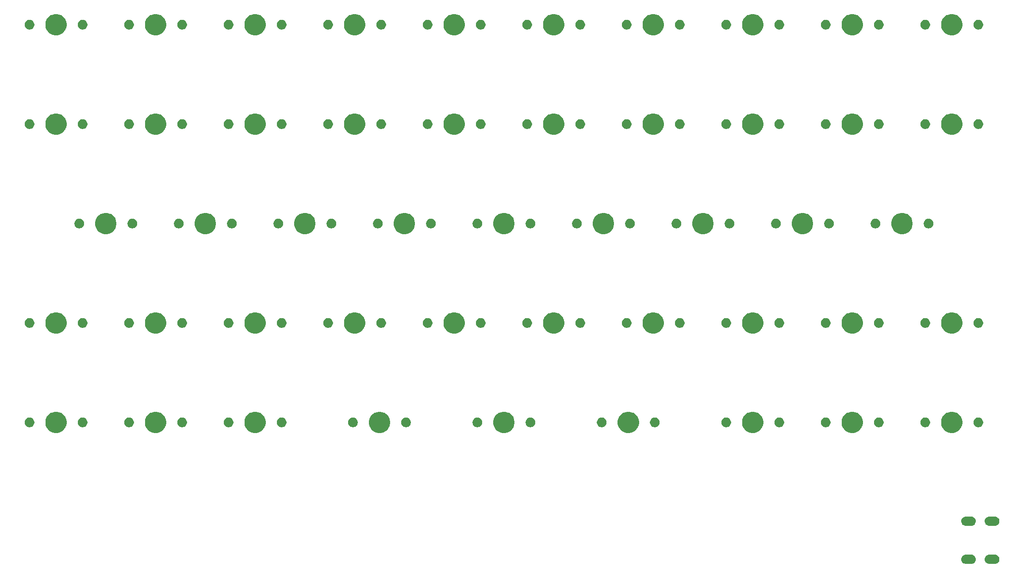
<source format=gts>
G04 #@! TF.GenerationSoftware,KiCad,Pcbnew,(5.1.4)-1*
G04 #@! TF.CreationDate,2024-11-14T09:52:14-07:00*
G04 #@! TF.ProjectId,kicadNEWXboard,6b696361-644e-4455-9758-626f6172642e,rev?*
G04 #@! TF.SameCoordinates,Original*
G04 #@! TF.FileFunction,Soldermask,Top*
G04 #@! TF.FilePolarity,Negative*
%FSLAX46Y46*%
G04 Gerber Fmt 4.6, Leading zero omitted, Abs format (unit mm)*
G04 Created by KiCad (PCBNEW (5.1.4)-1) date 2024-11-14 09:52:14*
%MOMM*%
%LPD*%
G04 APERTURE LIST*
%ADD10C,0.100000*%
G04 APERTURE END LIST*
D10*
G36*
X371863193Y-182492269D02*
G01*
X371929377Y-182498787D01*
X372099216Y-182550307D01*
X372255741Y-182633972D01*
X372291479Y-182663302D01*
X372392936Y-182746564D01*
X372476198Y-182848021D01*
X372505528Y-182883759D01*
X372589193Y-183040284D01*
X372640713Y-183210123D01*
X372658109Y-183386750D01*
X372640713Y-183563377D01*
X372589193Y-183733216D01*
X372505528Y-183889741D01*
X372476198Y-183925479D01*
X372392936Y-184026936D01*
X372291479Y-184110198D01*
X372255741Y-184139528D01*
X372099216Y-184223193D01*
X371929377Y-184274713D01*
X371863192Y-184281232D01*
X371797010Y-184287750D01*
X370708490Y-184287750D01*
X370642308Y-184281232D01*
X370576123Y-184274713D01*
X370406284Y-184223193D01*
X370249759Y-184139528D01*
X370214021Y-184110198D01*
X370112564Y-184026936D01*
X370029302Y-183925479D01*
X369999972Y-183889741D01*
X369916307Y-183733216D01*
X369864787Y-183563377D01*
X369847391Y-183386750D01*
X369864787Y-183210123D01*
X369916307Y-183040284D01*
X369999972Y-182883759D01*
X370029302Y-182848021D01*
X370112564Y-182746564D01*
X370214021Y-182663302D01*
X370249759Y-182633972D01*
X370406284Y-182550307D01*
X370576123Y-182498787D01*
X370642307Y-182492269D01*
X370708490Y-182485750D01*
X371797010Y-182485750D01*
X371863193Y-182492269D01*
X371863193Y-182492269D01*
G37*
G36*
X367363193Y-182492269D02*
G01*
X367429377Y-182498787D01*
X367599216Y-182550307D01*
X367755741Y-182633972D01*
X367791479Y-182663302D01*
X367892936Y-182746564D01*
X367976198Y-182848021D01*
X368005528Y-182883759D01*
X368089193Y-183040284D01*
X368140713Y-183210123D01*
X368158109Y-183386750D01*
X368140713Y-183563377D01*
X368089193Y-183733216D01*
X368005528Y-183889741D01*
X367976198Y-183925479D01*
X367892936Y-184026936D01*
X367791479Y-184110198D01*
X367755741Y-184139528D01*
X367599216Y-184223193D01*
X367429377Y-184274713D01*
X367363192Y-184281232D01*
X367297010Y-184287750D01*
X366208490Y-184287750D01*
X366142308Y-184281232D01*
X366076123Y-184274713D01*
X365906284Y-184223193D01*
X365749759Y-184139528D01*
X365714021Y-184110198D01*
X365612564Y-184026936D01*
X365529302Y-183925479D01*
X365499972Y-183889741D01*
X365416307Y-183733216D01*
X365364787Y-183563377D01*
X365347391Y-183386750D01*
X365364787Y-183210123D01*
X365416307Y-183040284D01*
X365499972Y-182883759D01*
X365529302Y-182848021D01*
X365612564Y-182746564D01*
X365714021Y-182663302D01*
X365749759Y-182633972D01*
X365906284Y-182550307D01*
X366076123Y-182498787D01*
X366142307Y-182492269D01*
X366208490Y-182485750D01*
X367297010Y-182485750D01*
X367363193Y-182492269D01*
X367363193Y-182492269D01*
G37*
G36*
X371863193Y-175192269D02*
G01*
X371929377Y-175198787D01*
X372099216Y-175250307D01*
X372255741Y-175333972D01*
X372291479Y-175363302D01*
X372392936Y-175446564D01*
X372476198Y-175548021D01*
X372505528Y-175583759D01*
X372589193Y-175740284D01*
X372640713Y-175910123D01*
X372658109Y-176086750D01*
X372640713Y-176263377D01*
X372589193Y-176433216D01*
X372505528Y-176589741D01*
X372476198Y-176625479D01*
X372392936Y-176726936D01*
X372291479Y-176810198D01*
X372255741Y-176839528D01*
X372099216Y-176923193D01*
X371929377Y-176974713D01*
X371863193Y-176981231D01*
X371797010Y-176987750D01*
X370708490Y-176987750D01*
X370642307Y-176981231D01*
X370576123Y-176974713D01*
X370406284Y-176923193D01*
X370249759Y-176839528D01*
X370214021Y-176810198D01*
X370112564Y-176726936D01*
X370029302Y-176625479D01*
X369999972Y-176589741D01*
X369916307Y-176433216D01*
X369864787Y-176263377D01*
X369847391Y-176086750D01*
X369864787Y-175910123D01*
X369916307Y-175740284D01*
X369999972Y-175583759D01*
X370029302Y-175548021D01*
X370112564Y-175446564D01*
X370214021Y-175363302D01*
X370249759Y-175333972D01*
X370406284Y-175250307D01*
X370576123Y-175198787D01*
X370642307Y-175192269D01*
X370708490Y-175185750D01*
X371797010Y-175185750D01*
X371863193Y-175192269D01*
X371863193Y-175192269D01*
G37*
G36*
X367363193Y-175192269D02*
G01*
X367429377Y-175198787D01*
X367599216Y-175250307D01*
X367755741Y-175333972D01*
X367791479Y-175363302D01*
X367892936Y-175446564D01*
X367976198Y-175548021D01*
X368005528Y-175583759D01*
X368089193Y-175740284D01*
X368140713Y-175910123D01*
X368158109Y-176086750D01*
X368140713Y-176263377D01*
X368089193Y-176433216D01*
X368005528Y-176589741D01*
X367976198Y-176625479D01*
X367892936Y-176726936D01*
X367791479Y-176810198D01*
X367755741Y-176839528D01*
X367599216Y-176923193D01*
X367429377Y-176974713D01*
X367363193Y-176981231D01*
X367297010Y-176987750D01*
X366208490Y-176987750D01*
X366142307Y-176981231D01*
X366076123Y-176974713D01*
X365906284Y-176923193D01*
X365749759Y-176839528D01*
X365714021Y-176810198D01*
X365612564Y-176726936D01*
X365529302Y-176625479D01*
X365499972Y-176589741D01*
X365416307Y-176433216D01*
X365364787Y-176263377D01*
X365347391Y-176086750D01*
X365364787Y-175910123D01*
X365416307Y-175740284D01*
X365499972Y-175583759D01*
X365529302Y-175548021D01*
X365612564Y-175446564D01*
X365714021Y-175363302D01*
X365749759Y-175333972D01*
X365906284Y-175250307D01*
X366076123Y-175198787D01*
X366142307Y-175192269D01*
X366208490Y-175185750D01*
X367297010Y-175185750D01*
X367363193Y-175192269D01*
X367363193Y-175192269D01*
G37*
G36*
X211733974Y-155196184D02*
G01*
X211951974Y-155286483D01*
X212106123Y-155350333D01*
X212441048Y-155574123D01*
X212725877Y-155858952D01*
X212949667Y-156193877D01*
X212982062Y-156272086D01*
X213103816Y-156566026D01*
X213182400Y-156961094D01*
X213182400Y-157363906D01*
X213103816Y-157758974D01*
X213052951Y-157881772D01*
X212949667Y-158131123D01*
X212725877Y-158466048D01*
X212441048Y-158750877D01*
X212106123Y-158974667D01*
X211951974Y-159038517D01*
X211733974Y-159128816D01*
X211338906Y-159207400D01*
X210936094Y-159207400D01*
X210541026Y-159128816D01*
X210323026Y-159038517D01*
X210168877Y-158974667D01*
X209833952Y-158750877D01*
X209549123Y-158466048D01*
X209325333Y-158131123D01*
X209222049Y-157881772D01*
X209171184Y-157758974D01*
X209092600Y-157363906D01*
X209092600Y-156961094D01*
X209171184Y-156566026D01*
X209292938Y-156272086D01*
X209325333Y-156193877D01*
X209549123Y-155858952D01*
X209833952Y-155574123D01*
X210168877Y-155350333D01*
X210323026Y-155286483D01*
X210541026Y-155196184D01*
X210936094Y-155117600D01*
X211338906Y-155117600D01*
X211733974Y-155196184D01*
X211733974Y-155196184D01*
G37*
G36*
X192683974Y-155196184D02*
G01*
X192901974Y-155286483D01*
X193056123Y-155350333D01*
X193391048Y-155574123D01*
X193675877Y-155858952D01*
X193899667Y-156193877D01*
X193932062Y-156272086D01*
X194053816Y-156566026D01*
X194132400Y-156961094D01*
X194132400Y-157363906D01*
X194053816Y-157758974D01*
X194002951Y-157881772D01*
X193899667Y-158131123D01*
X193675877Y-158466048D01*
X193391048Y-158750877D01*
X193056123Y-158974667D01*
X192901974Y-159038517D01*
X192683974Y-159128816D01*
X192288906Y-159207400D01*
X191886094Y-159207400D01*
X191491026Y-159128816D01*
X191273026Y-159038517D01*
X191118877Y-158974667D01*
X190783952Y-158750877D01*
X190499123Y-158466048D01*
X190275333Y-158131123D01*
X190172049Y-157881772D01*
X190121184Y-157758974D01*
X190042600Y-157363906D01*
X190042600Y-156961094D01*
X190121184Y-156566026D01*
X190242938Y-156272086D01*
X190275333Y-156193877D01*
X190499123Y-155858952D01*
X190783952Y-155574123D01*
X191118877Y-155350333D01*
X191273026Y-155286483D01*
X191491026Y-155196184D01*
X191886094Y-155117600D01*
X192288906Y-155117600D01*
X192683974Y-155196184D01*
X192683974Y-155196184D01*
G37*
G36*
X364133974Y-155196184D02*
G01*
X364351974Y-155286483D01*
X364506123Y-155350333D01*
X364841048Y-155574123D01*
X365125877Y-155858952D01*
X365349667Y-156193877D01*
X365382062Y-156272086D01*
X365503816Y-156566026D01*
X365582400Y-156961094D01*
X365582400Y-157363906D01*
X365503816Y-157758974D01*
X365452951Y-157881772D01*
X365349667Y-158131123D01*
X365125877Y-158466048D01*
X364841048Y-158750877D01*
X364506123Y-158974667D01*
X364351974Y-159038517D01*
X364133974Y-159128816D01*
X363738906Y-159207400D01*
X363336094Y-159207400D01*
X362941026Y-159128816D01*
X362723026Y-159038517D01*
X362568877Y-158974667D01*
X362233952Y-158750877D01*
X361949123Y-158466048D01*
X361725333Y-158131123D01*
X361622049Y-157881772D01*
X361571184Y-157758974D01*
X361492600Y-157363906D01*
X361492600Y-156961094D01*
X361571184Y-156566026D01*
X361692938Y-156272086D01*
X361725333Y-156193877D01*
X361949123Y-155858952D01*
X362233952Y-155574123D01*
X362568877Y-155350333D01*
X362723026Y-155286483D01*
X362941026Y-155196184D01*
X363336094Y-155117600D01*
X363738906Y-155117600D01*
X364133974Y-155196184D01*
X364133974Y-155196184D01*
G37*
G36*
X230783974Y-155196184D02*
G01*
X231001974Y-155286483D01*
X231156123Y-155350333D01*
X231491048Y-155574123D01*
X231775877Y-155858952D01*
X231999667Y-156193877D01*
X232032062Y-156272086D01*
X232153816Y-156566026D01*
X232232400Y-156961094D01*
X232232400Y-157363906D01*
X232153816Y-157758974D01*
X232102951Y-157881772D01*
X231999667Y-158131123D01*
X231775877Y-158466048D01*
X231491048Y-158750877D01*
X231156123Y-158974667D01*
X231001974Y-159038517D01*
X230783974Y-159128816D01*
X230388906Y-159207400D01*
X229986094Y-159207400D01*
X229591026Y-159128816D01*
X229373026Y-159038517D01*
X229218877Y-158974667D01*
X228883952Y-158750877D01*
X228599123Y-158466048D01*
X228375333Y-158131123D01*
X228272049Y-157881772D01*
X228221184Y-157758974D01*
X228142600Y-157363906D01*
X228142600Y-156961094D01*
X228221184Y-156566026D01*
X228342938Y-156272086D01*
X228375333Y-156193877D01*
X228599123Y-155858952D01*
X228883952Y-155574123D01*
X229218877Y-155350333D01*
X229373026Y-155286483D01*
X229591026Y-155196184D01*
X229986094Y-155117600D01*
X230388906Y-155117600D01*
X230783974Y-155196184D01*
X230783974Y-155196184D01*
G37*
G36*
X254596474Y-155196184D02*
G01*
X254814474Y-155286483D01*
X254968623Y-155350333D01*
X255303548Y-155574123D01*
X255588377Y-155858952D01*
X255812167Y-156193877D01*
X255844562Y-156272086D01*
X255966316Y-156566026D01*
X256044900Y-156961094D01*
X256044900Y-157363906D01*
X255966316Y-157758974D01*
X255915451Y-157881772D01*
X255812167Y-158131123D01*
X255588377Y-158466048D01*
X255303548Y-158750877D01*
X254968623Y-158974667D01*
X254814474Y-159038517D01*
X254596474Y-159128816D01*
X254201406Y-159207400D01*
X253798594Y-159207400D01*
X253403526Y-159128816D01*
X253185526Y-159038517D01*
X253031377Y-158974667D01*
X252696452Y-158750877D01*
X252411623Y-158466048D01*
X252187833Y-158131123D01*
X252084549Y-157881772D01*
X252033684Y-157758974D01*
X251955100Y-157363906D01*
X251955100Y-156961094D01*
X252033684Y-156566026D01*
X252155438Y-156272086D01*
X252187833Y-156193877D01*
X252411623Y-155858952D01*
X252696452Y-155574123D01*
X253031377Y-155350333D01*
X253185526Y-155286483D01*
X253403526Y-155196184D01*
X253798594Y-155117600D01*
X254201406Y-155117600D01*
X254596474Y-155196184D01*
X254596474Y-155196184D01*
G37*
G36*
X278408974Y-155196184D02*
G01*
X278626974Y-155286483D01*
X278781123Y-155350333D01*
X279116048Y-155574123D01*
X279400877Y-155858952D01*
X279624667Y-156193877D01*
X279657062Y-156272086D01*
X279778816Y-156566026D01*
X279857400Y-156961094D01*
X279857400Y-157363906D01*
X279778816Y-157758974D01*
X279727951Y-157881772D01*
X279624667Y-158131123D01*
X279400877Y-158466048D01*
X279116048Y-158750877D01*
X278781123Y-158974667D01*
X278626974Y-159038517D01*
X278408974Y-159128816D01*
X278013906Y-159207400D01*
X277611094Y-159207400D01*
X277216026Y-159128816D01*
X276998026Y-159038517D01*
X276843877Y-158974667D01*
X276508952Y-158750877D01*
X276224123Y-158466048D01*
X276000333Y-158131123D01*
X275897049Y-157881772D01*
X275846184Y-157758974D01*
X275767600Y-157363906D01*
X275767600Y-156961094D01*
X275846184Y-156566026D01*
X275967938Y-156272086D01*
X276000333Y-156193877D01*
X276224123Y-155858952D01*
X276508952Y-155574123D01*
X276843877Y-155350333D01*
X276998026Y-155286483D01*
X277216026Y-155196184D01*
X277611094Y-155117600D01*
X278013906Y-155117600D01*
X278408974Y-155196184D01*
X278408974Y-155196184D01*
G37*
G36*
X302221474Y-155196184D02*
G01*
X302439474Y-155286483D01*
X302593623Y-155350333D01*
X302928548Y-155574123D01*
X303213377Y-155858952D01*
X303437167Y-156193877D01*
X303469562Y-156272086D01*
X303591316Y-156566026D01*
X303669900Y-156961094D01*
X303669900Y-157363906D01*
X303591316Y-157758974D01*
X303540451Y-157881772D01*
X303437167Y-158131123D01*
X303213377Y-158466048D01*
X302928548Y-158750877D01*
X302593623Y-158974667D01*
X302439474Y-159038517D01*
X302221474Y-159128816D01*
X301826406Y-159207400D01*
X301423594Y-159207400D01*
X301028526Y-159128816D01*
X300810526Y-159038517D01*
X300656377Y-158974667D01*
X300321452Y-158750877D01*
X300036623Y-158466048D01*
X299812833Y-158131123D01*
X299709549Y-157881772D01*
X299658684Y-157758974D01*
X299580100Y-157363906D01*
X299580100Y-156961094D01*
X299658684Y-156566026D01*
X299780438Y-156272086D01*
X299812833Y-156193877D01*
X300036623Y-155858952D01*
X300321452Y-155574123D01*
X300656377Y-155350333D01*
X300810526Y-155286483D01*
X301028526Y-155196184D01*
X301423594Y-155117600D01*
X301826406Y-155117600D01*
X302221474Y-155196184D01*
X302221474Y-155196184D01*
G37*
G36*
X326033974Y-155196184D02*
G01*
X326251974Y-155286483D01*
X326406123Y-155350333D01*
X326741048Y-155574123D01*
X327025877Y-155858952D01*
X327249667Y-156193877D01*
X327282062Y-156272086D01*
X327403816Y-156566026D01*
X327482400Y-156961094D01*
X327482400Y-157363906D01*
X327403816Y-157758974D01*
X327352951Y-157881772D01*
X327249667Y-158131123D01*
X327025877Y-158466048D01*
X326741048Y-158750877D01*
X326406123Y-158974667D01*
X326251974Y-159038517D01*
X326033974Y-159128816D01*
X325638906Y-159207400D01*
X325236094Y-159207400D01*
X324841026Y-159128816D01*
X324623026Y-159038517D01*
X324468877Y-158974667D01*
X324133952Y-158750877D01*
X323849123Y-158466048D01*
X323625333Y-158131123D01*
X323522049Y-157881772D01*
X323471184Y-157758974D01*
X323392600Y-157363906D01*
X323392600Y-156961094D01*
X323471184Y-156566026D01*
X323592938Y-156272086D01*
X323625333Y-156193877D01*
X323849123Y-155858952D01*
X324133952Y-155574123D01*
X324468877Y-155350333D01*
X324623026Y-155286483D01*
X324841026Y-155196184D01*
X325236094Y-155117600D01*
X325638906Y-155117600D01*
X326033974Y-155196184D01*
X326033974Y-155196184D01*
G37*
G36*
X345083974Y-155196184D02*
G01*
X345301974Y-155286483D01*
X345456123Y-155350333D01*
X345791048Y-155574123D01*
X346075877Y-155858952D01*
X346299667Y-156193877D01*
X346332062Y-156272086D01*
X346453816Y-156566026D01*
X346532400Y-156961094D01*
X346532400Y-157363906D01*
X346453816Y-157758974D01*
X346402951Y-157881772D01*
X346299667Y-158131123D01*
X346075877Y-158466048D01*
X345791048Y-158750877D01*
X345456123Y-158974667D01*
X345301974Y-159038517D01*
X345083974Y-159128816D01*
X344688906Y-159207400D01*
X344286094Y-159207400D01*
X343891026Y-159128816D01*
X343673026Y-159038517D01*
X343518877Y-158974667D01*
X343183952Y-158750877D01*
X342899123Y-158466048D01*
X342675333Y-158131123D01*
X342572049Y-157881772D01*
X342521184Y-157758974D01*
X342442600Y-157363906D01*
X342442600Y-156961094D01*
X342521184Y-156566026D01*
X342642938Y-156272086D01*
X342675333Y-156193877D01*
X342899123Y-155858952D01*
X343183952Y-155574123D01*
X343518877Y-155350333D01*
X343673026Y-155286483D01*
X343891026Y-155196184D01*
X344286094Y-155117600D01*
X344688906Y-155117600D01*
X345083974Y-155196184D01*
X345083974Y-155196184D01*
G37*
G36*
X216487604Y-156272085D02*
G01*
X216656126Y-156341889D01*
X216807791Y-156443228D01*
X216936772Y-156572209D01*
X217038111Y-156723874D01*
X217107915Y-156892396D01*
X217143500Y-157071297D01*
X217143500Y-157253703D01*
X217107915Y-157432604D01*
X217038111Y-157601126D01*
X216936772Y-157752791D01*
X216807791Y-157881772D01*
X216656126Y-157983111D01*
X216487604Y-158052915D01*
X216308703Y-158088500D01*
X216126297Y-158088500D01*
X215947396Y-158052915D01*
X215778874Y-157983111D01*
X215627209Y-157881772D01*
X215498228Y-157752791D01*
X215396889Y-157601126D01*
X215327085Y-157432604D01*
X215291500Y-157253703D01*
X215291500Y-157071297D01*
X215327085Y-156892396D01*
X215396889Y-156723874D01*
X215498228Y-156572209D01*
X215627209Y-156443228D01*
X215778874Y-156341889D01*
X215947396Y-156272085D01*
X216126297Y-156236500D01*
X216308703Y-156236500D01*
X216487604Y-156272085D01*
X216487604Y-156272085D01*
G37*
G36*
X330787604Y-156272085D02*
G01*
X330956126Y-156341889D01*
X331107791Y-156443228D01*
X331236772Y-156572209D01*
X331338111Y-156723874D01*
X331407915Y-156892396D01*
X331443500Y-157071297D01*
X331443500Y-157253703D01*
X331407915Y-157432604D01*
X331338111Y-157601126D01*
X331236772Y-157752791D01*
X331107791Y-157881772D01*
X330956126Y-157983111D01*
X330787604Y-158052915D01*
X330608703Y-158088500D01*
X330426297Y-158088500D01*
X330247396Y-158052915D01*
X330078874Y-157983111D01*
X329927209Y-157881772D01*
X329798228Y-157752791D01*
X329696889Y-157601126D01*
X329627085Y-157432604D01*
X329591500Y-157253703D01*
X329591500Y-157071297D01*
X329627085Y-156892396D01*
X329696889Y-156723874D01*
X329798228Y-156572209D01*
X329927209Y-156443228D01*
X330078874Y-156341889D01*
X330247396Y-156272085D01*
X330426297Y-156236500D01*
X330608703Y-156236500D01*
X330787604Y-156272085D01*
X330787604Y-156272085D01*
G37*
G36*
X320627604Y-156272085D02*
G01*
X320796126Y-156341889D01*
X320947791Y-156443228D01*
X321076772Y-156572209D01*
X321178111Y-156723874D01*
X321247915Y-156892396D01*
X321283500Y-157071297D01*
X321283500Y-157253703D01*
X321247915Y-157432604D01*
X321178111Y-157601126D01*
X321076772Y-157752791D01*
X320947791Y-157881772D01*
X320796126Y-157983111D01*
X320627604Y-158052915D01*
X320448703Y-158088500D01*
X320266297Y-158088500D01*
X320087396Y-158052915D01*
X319918874Y-157983111D01*
X319767209Y-157881772D01*
X319638228Y-157752791D01*
X319536889Y-157601126D01*
X319467085Y-157432604D01*
X319431500Y-157253703D01*
X319431500Y-157071297D01*
X319467085Y-156892396D01*
X319536889Y-156723874D01*
X319638228Y-156572209D01*
X319767209Y-156443228D01*
X319918874Y-156341889D01*
X320087396Y-156272085D01*
X320266297Y-156236500D01*
X320448703Y-156236500D01*
X320627604Y-156272085D01*
X320627604Y-156272085D01*
G37*
G36*
X306975104Y-156272085D02*
G01*
X307143626Y-156341889D01*
X307295291Y-156443228D01*
X307424272Y-156572209D01*
X307525611Y-156723874D01*
X307595415Y-156892396D01*
X307631000Y-157071297D01*
X307631000Y-157253703D01*
X307595415Y-157432604D01*
X307525611Y-157601126D01*
X307424272Y-157752791D01*
X307295291Y-157881772D01*
X307143626Y-157983111D01*
X306975104Y-158052915D01*
X306796203Y-158088500D01*
X306613797Y-158088500D01*
X306434896Y-158052915D01*
X306266374Y-157983111D01*
X306114709Y-157881772D01*
X305985728Y-157752791D01*
X305884389Y-157601126D01*
X305814585Y-157432604D01*
X305779000Y-157253703D01*
X305779000Y-157071297D01*
X305814585Y-156892396D01*
X305884389Y-156723874D01*
X305985728Y-156572209D01*
X306114709Y-156443228D01*
X306266374Y-156341889D01*
X306434896Y-156272085D01*
X306613797Y-156236500D01*
X306796203Y-156236500D01*
X306975104Y-156272085D01*
X306975104Y-156272085D01*
G37*
G36*
X339677604Y-156272085D02*
G01*
X339846126Y-156341889D01*
X339997791Y-156443228D01*
X340126772Y-156572209D01*
X340228111Y-156723874D01*
X340297915Y-156892396D01*
X340333500Y-157071297D01*
X340333500Y-157253703D01*
X340297915Y-157432604D01*
X340228111Y-157601126D01*
X340126772Y-157752791D01*
X339997791Y-157881772D01*
X339846126Y-157983111D01*
X339677604Y-158052915D01*
X339498703Y-158088500D01*
X339316297Y-158088500D01*
X339137396Y-158052915D01*
X338968874Y-157983111D01*
X338817209Y-157881772D01*
X338688228Y-157752791D01*
X338586889Y-157601126D01*
X338517085Y-157432604D01*
X338481500Y-157253703D01*
X338481500Y-157071297D01*
X338517085Y-156892396D01*
X338586889Y-156723874D01*
X338688228Y-156572209D01*
X338817209Y-156443228D01*
X338968874Y-156341889D01*
X339137396Y-156272085D01*
X339316297Y-156236500D01*
X339498703Y-156236500D01*
X339677604Y-156272085D01*
X339677604Y-156272085D01*
G37*
G36*
X283162604Y-156272085D02*
G01*
X283331126Y-156341889D01*
X283482791Y-156443228D01*
X283611772Y-156572209D01*
X283713111Y-156723874D01*
X283782915Y-156892396D01*
X283818500Y-157071297D01*
X283818500Y-157253703D01*
X283782915Y-157432604D01*
X283713111Y-157601126D01*
X283611772Y-157752791D01*
X283482791Y-157881772D01*
X283331126Y-157983111D01*
X283162604Y-158052915D01*
X282983703Y-158088500D01*
X282801297Y-158088500D01*
X282622396Y-158052915D01*
X282453874Y-157983111D01*
X282302209Y-157881772D01*
X282173228Y-157752791D01*
X282071889Y-157601126D01*
X282002085Y-157432604D01*
X281966500Y-157253703D01*
X281966500Y-157071297D01*
X282002085Y-156892396D01*
X282071889Y-156723874D01*
X282173228Y-156572209D01*
X282302209Y-156443228D01*
X282453874Y-156341889D01*
X282622396Y-156272085D01*
X282801297Y-156236500D01*
X282983703Y-156236500D01*
X283162604Y-156272085D01*
X283162604Y-156272085D01*
G37*
G36*
X273002604Y-156272085D02*
G01*
X273171126Y-156341889D01*
X273322791Y-156443228D01*
X273451772Y-156572209D01*
X273553111Y-156723874D01*
X273622915Y-156892396D01*
X273658500Y-157071297D01*
X273658500Y-157253703D01*
X273622915Y-157432604D01*
X273553111Y-157601126D01*
X273451772Y-157752791D01*
X273322791Y-157881772D01*
X273171126Y-157983111D01*
X273002604Y-158052915D01*
X272823703Y-158088500D01*
X272641297Y-158088500D01*
X272462396Y-158052915D01*
X272293874Y-157983111D01*
X272142209Y-157881772D01*
X272013228Y-157752791D01*
X271911889Y-157601126D01*
X271842085Y-157432604D01*
X271806500Y-157253703D01*
X271806500Y-157071297D01*
X271842085Y-156892396D01*
X271911889Y-156723874D01*
X272013228Y-156572209D01*
X272142209Y-156443228D01*
X272293874Y-156341889D01*
X272462396Y-156272085D01*
X272641297Y-156236500D01*
X272823703Y-156236500D01*
X273002604Y-156272085D01*
X273002604Y-156272085D01*
G37*
G36*
X349837604Y-156272085D02*
G01*
X350006126Y-156341889D01*
X350157791Y-156443228D01*
X350286772Y-156572209D01*
X350388111Y-156723874D01*
X350457915Y-156892396D01*
X350493500Y-157071297D01*
X350493500Y-157253703D01*
X350457915Y-157432604D01*
X350388111Y-157601126D01*
X350286772Y-157752791D01*
X350157791Y-157881772D01*
X350006126Y-157983111D01*
X349837604Y-158052915D01*
X349658703Y-158088500D01*
X349476297Y-158088500D01*
X349297396Y-158052915D01*
X349128874Y-157983111D01*
X348977209Y-157881772D01*
X348848228Y-157752791D01*
X348746889Y-157601126D01*
X348677085Y-157432604D01*
X348641500Y-157253703D01*
X348641500Y-157071297D01*
X348677085Y-156892396D01*
X348746889Y-156723874D01*
X348848228Y-156572209D01*
X348977209Y-156443228D01*
X349128874Y-156341889D01*
X349297396Y-156272085D01*
X349476297Y-156236500D01*
X349658703Y-156236500D01*
X349837604Y-156272085D01*
X349837604Y-156272085D01*
G37*
G36*
X259350104Y-156272085D02*
G01*
X259518626Y-156341889D01*
X259670291Y-156443228D01*
X259799272Y-156572209D01*
X259900611Y-156723874D01*
X259970415Y-156892396D01*
X260006000Y-157071297D01*
X260006000Y-157253703D01*
X259970415Y-157432604D01*
X259900611Y-157601126D01*
X259799272Y-157752791D01*
X259670291Y-157881772D01*
X259518626Y-157983111D01*
X259350104Y-158052915D01*
X259171203Y-158088500D01*
X258988797Y-158088500D01*
X258809896Y-158052915D01*
X258641374Y-157983111D01*
X258489709Y-157881772D01*
X258360728Y-157752791D01*
X258259389Y-157601126D01*
X258189585Y-157432604D01*
X258154000Y-157253703D01*
X258154000Y-157071297D01*
X258189585Y-156892396D01*
X258259389Y-156723874D01*
X258360728Y-156572209D01*
X258489709Y-156443228D01*
X258641374Y-156341889D01*
X258809896Y-156272085D01*
X258988797Y-156236500D01*
X259171203Y-156236500D01*
X259350104Y-156272085D01*
X259350104Y-156272085D01*
G37*
G36*
X296815104Y-156272085D02*
G01*
X296983626Y-156341889D01*
X297135291Y-156443228D01*
X297264272Y-156572209D01*
X297365611Y-156723874D01*
X297435415Y-156892396D01*
X297471000Y-157071297D01*
X297471000Y-157253703D01*
X297435415Y-157432604D01*
X297365611Y-157601126D01*
X297264272Y-157752791D01*
X297135291Y-157881772D01*
X296983626Y-157983111D01*
X296815104Y-158052915D01*
X296636203Y-158088500D01*
X296453797Y-158088500D01*
X296274896Y-158052915D01*
X296106374Y-157983111D01*
X295954709Y-157881772D01*
X295825728Y-157752791D01*
X295724389Y-157601126D01*
X295654585Y-157432604D01*
X295619000Y-157253703D01*
X295619000Y-157071297D01*
X295654585Y-156892396D01*
X295724389Y-156723874D01*
X295825728Y-156572209D01*
X295954709Y-156443228D01*
X296106374Y-156341889D01*
X296274896Y-156272085D01*
X296453797Y-156236500D01*
X296636203Y-156236500D01*
X296815104Y-156272085D01*
X296815104Y-156272085D01*
G37*
G36*
X235537604Y-156272085D02*
G01*
X235706126Y-156341889D01*
X235857791Y-156443228D01*
X235986772Y-156572209D01*
X236088111Y-156723874D01*
X236157915Y-156892396D01*
X236193500Y-157071297D01*
X236193500Y-157253703D01*
X236157915Y-157432604D01*
X236088111Y-157601126D01*
X235986772Y-157752791D01*
X235857791Y-157881772D01*
X235706126Y-157983111D01*
X235537604Y-158052915D01*
X235358703Y-158088500D01*
X235176297Y-158088500D01*
X234997396Y-158052915D01*
X234828874Y-157983111D01*
X234677209Y-157881772D01*
X234548228Y-157752791D01*
X234446889Y-157601126D01*
X234377085Y-157432604D01*
X234341500Y-157253703D01*
X234341500Y-157071297D01*
X234377085Y-156892396D01*
X234446889Y-156723874D01*
X234548228Y-156572209D01*
X234677209Y-156443228D01*
X234828874Y-156341889D01*
X234997396Y-156272085D01*
X235176297Y-156236500D01*
X235358703Y-156236500D01*
X235537604Y-156272085D01*
X235537604Y-156272085D01*
G37*
G36*
X225377604Y-156272085D02*
G01*
X225546126Y-156341889D01*
X225697791Y-156443228D01*
X225826772Y-156572209D01*
X225928111Y-156723874D01*
X225997915Y-156892396D01*
X226033500Y-157071297D01*
X226033500Y-157253703D01*
X225997915Y-157432604D01*
X225928111Y-157601126D01*
X225826772Y-157752791D01*
X225697791Y-157881772D01*
X225546126Y-157983111D01*
X225377604Y-158052915D01*
X225198703Y-158088500D01*
X225016297Y-158088500D01*
X224837396Y-158052915D01*
X224668874Y-157983111D01*
X224517209Y-157881772D01*
X224388228Y-157752791D01*
X224286889Y-157601126D01*
X224217085Y-157432604D01*
X224181500Y-157253703D01*
X224181500Y-157071297D01*
X224217085Y-156892396D01*
X224286889Y-156723874D01*
X224388228Y-156572209D01*
X224517209Y-156443228D01*
X224668874Y-156341889D01*
X224837396Y-156272085D01*
X225016297Y-156236500D01*
X225198703Y-156236500D01*
X225377604Y-156272085D01*
X225377604Y-156272085D01*
G37*
G36*
X358727604Y-156272085D02*
G01*
X358896126Y-156341889D01*
X359047791Y-156443228D01*
X359176772Y-156572209D01*
X359278111Y-156723874D01*
X359347915Y-156892396D01*
X359383500Y-157071297D01*
X359383500Y-157253703D01*
X359347915Y-157432604D01*
X359278111Y-157601126D01*
X359176772Y-157752791D01*
X359047791Y-157881772D01*
X358896126Y-157983111D01*
X358727604Y-158052915D01*
X358548703Y-158088500D01*
X358366297Y-158088500D01*
X358187396Y-158052915D01*
X358018874Y-157983111D01*
X357867209Y-157881772D01*
X357738228Y-157752791D01*
X357636889Y-157601126D01*
X357567085Y-157432604D01*
X357531500Y-157253703D01*
X357531500Y-157071297D01*
X357567085Y-156892396D01*
X357636889Y-156723874D01*
X357738228Y-156572209D01*
X357867209Y-156443228D01*
X358018874Y-156341889D01*
X358187396Y-156272085D01*
X358366297Y-156236500D01*
X358548703Y-156236500D01*
X358727604Y-156272085D01*
X358727604Y-156272085D01*
G37*
G36*
X206327604Y-156272085D02*
G01*
X206496126Y-156341889D01*
X206647791Y-156443228D01*
X206776772Y-156572209D01*
X206878111Y-156723874D01*
X206947915Y-156892396D01*
X206983500Y-157071297D01*
X206983500Y-157253703D01*
X206947915Y-157432604D01*
X206878111Y-157601126D01*
X206776772Y-157752791D01*
X206647791Y-157881772D01*
X206496126Y-157983111D01*
X206327604Y-158052915D01*
X206148703Y-158088500D01*
X205966297Y-158088500D01*
X205787396Y-158052915D01*
X205618874Y-157983111D01*
X205467209Y-157881772D01*
X205338228Y-157752791D01*
X205236889Y-157601126D01*
X205167085Y-157432604D01*
X205131500Y-157253703D01*
X205131500Y-157071297D01*
X205167085Y-156892396D01*
X205236889Y-156723874D01*
X205338228Y-156572209D01*
X205467209Y-156443228D01*
X205618874Y-156341889D01*
X205787396Y-156272085D01*
X205966297Y-156236500D01*
X206148703Y-156236500D01*
X206327604Y-156272085D01*
X206327604Y-156272085D01*
G37*
G36*
X197437604Y-156272085D02*
G01*
X197606126Y-156341889D01*
X197757791Y-156443228D01*
X197886772Y-156572209D01*
X197988111Y-156723874D01*
X198057915Y-156892396D01*
X198093500Y-157071297D01*
X198093500Y-157253703D01*
X198057915Y-157432604D01*
X197988111Y-157601126D01*
X197886772Y-157752791D01*
X197757791Y-157881772D01*
X197606126Y-157983111D01*
X197437604Y-158052915D01*
X197258703Y-158088500D01*
X197076297Y-158088500D01*
X196897396Y-158052915D01*
X196728874Y-157983111D01*
X196577209Y-157881772D01*
X196448228Y-157752791D01*
X196346889Y-157601126D01*
X196277085Y-157432604D01*
X196241500Y-157253703D01*
X196241500Y-157071297D01*
X196277085Y-156892396D01*
X196346889Y-156723874D01*
X196448228Y-156572209D01*
X196577209Y-156443228D01*
X196728874Y-156341889D01*
X196897396Y-156272085D01*
X197076297Y-156236500D01*
X197258703Y-156236500D01*
X197437604Y-156272085D01*
X197437604Y-156272085D01*
G37*
G36*
X187277604Y-156272085D02*
G01*
X187446126Y-156341889D01*
X187597791Y-156443228D01*
X187726772Y-156572209D01*
X187828111Y-156723874D01*
X187897915Y-156892396D01*
X187933500Y-157071297D01*
X187933500Y-157253703D01*
X187897915Y-157432604D01*
X187828111Y-157601126D01*
X187726772Y-157752791D01*
X187597791Y-157881772D01*
X187446126Y-157983111D01*
X187277604Y-158052915D01*
X187098703Y-158088500D01*
X186916297Y-158088500D01*
X186737396Y-158052915D01*
X186568874Y-157983111D01*
X186417209Y-157881772D01*
X186288228Y-157752791D01*
X186186889Y-157601126D01*
X186117085Y-157432604D01*
X186081500Y-157253703D01*
X186081500Y-157071297D01*
X186117085Y-156892396D01*
X186186889Y-156723874D01*
X186288228Y-156572209D01*
X186417209Y-156443228D01*
X186568874Y-156341889D01*
X186737396Y-156272085D01*
X186916297Y-156236500D01*
X187098703Y-156236500D01*
X187277604Y-156272085D01*
X187277604Y-156272085D01*
G37*
G36*
X368887604Y-156272085D02*
G01*
X369056126Y-156341889D01*
X369207791Y-156443228D01*
X369336772Y-156572209D01*
X369438111Y-156723874D01*
X369507915Y-156892396D01*
X369543500Y-157071297D01*
X369543500Y-157253703D01*
X369507915Y-157432604D01*
X369438111Y-157601126D01*
X369336772Y-157752791D01*
X369207791Y-157881772D01*
X369056126Y-157983111D01*
X368887604Y-158052915D01*
X368708703Y-158088500D01*
X368526297Y-158088500D01*
X368347396Y-158052915D01*
X368178874Y-157983111D01*
X368027209Y-157881772D01*
X367898228Y-157752791D01*
X367796889Y-157601126D01*
X367727085Y-157432604D01*
X367691500Y-157253703D01*
X367691500Y-157071297D01*
X367727085Y-156892396D01*
X367796889Y-156723874D01*
X367898228Y-156572209D01*
X368027209Y-156443228D01*
X368178874Y-156341889D01*
X368347396Y-156272085D01*
X368526297Y-156236500D01*
X368708703Y-156236500D01*
X368887604Y-156272085D01*
X368887604Y-156272085D01*
G37*
G36*
X249190104Y-156272085D02*
G01*
X249358626Y-156341889D01*
X249510291Y-156443228D01*
X249639272Y-156572209D01*
X249740611Y-156723874D01*
X249810415Y-156892396D01*
X249846000Y-157071297D01*
X249846000Y-157253703D01*
X249810415Y-157432604D01*
X249740611Y-157601126D01*
X249639272Y-157752791D01*
X249510291Y-157881772D01*
X249358626Y-157983111D01*
X249190104Y-158052915D01*
X249011203Y-158088500D01*
X248828797Y-158088500D01*
X248649896Y-158052915D01*
X248481374Y-157983111D01*
X248329709Y-157881772D01*
X248200728Y-157752791D01*
X248099389Y-157601126D01*
X248029585Y-157432604D01*
X247994000Y-157253703D01*
X247994000Y-157071297D01*
X248029585Y-156892396D01*
X248099389Y-156723874D01*
X248200728Y-156572209D01*
X248329709Y-156443228D01*
X248481374Y-156341889D01*
X248649896Y-156272085D01*
X248828797Y-156236500D01*
X249011203Y-156236500D01*
X249190104Y-156272085D01*
X249190104Y-156272085D01*
G37*
G36*
X230783974Y-136146184D02*
G01*
X231001974Y-136236483D01*
X231156123Y-136300333D01*
X231491048Y-136524123D01*
X231775877Y-136808952D01*
X231999667Y-137143877D01*
X232032062Y-137222086D01*
X232153816Y-137516026D01*
X232232400Y-137911094D01*
X232232400Y-138313906D01*
X232153816Y-138708974D01*
X232102951Y-138831772D01*
X231999667Y-139081123D01*
X231775877Y-139416048D01*
X231491048Y-139700877D01*
X231156123Y-139924667D01*
X231001974Y-139988517D01*
X230783974Y-140078816D01*
X230388906Y-140157400D01*
X229986094Y-140157400D01*
X229591026Y-140078816D01*
X229373026Y-139988517D01*
X229218877Y-139924667D01*
X228883952Y-139700877D01*
X228599123Y-139416048D01*
X228375333Y-139081123D01*
X228272049Y-138831772D01*
X228221184Y-138708974D01*
X228142600Y-138313906D01*
X228142600Y-137911094D01*
X228221184Y-137516026D01*
X228342938Y-137222086D01*
X228375333Y-137143877D01*
X228599123Y-136808952D01*
X228883952Y-136524123D01*
X229218877Y-136300333D01*
X229373026Y-136236483D01*
X229591026Y-136146184D01*
X229986094Y-136067600D01*
X230388906Y-136067600D01*
X230783974Y-136146184D01*
X230783974Y-136146184D01*
G37*
G36*
X249833974Y-136146184D02*
G01*
X250051974Y-136236483D01*
X250206123Y-136300333D01*
X250541048Y-136524123D01*
X250825877Y-136808952D01*
X251049667Y-137143877D01*
X251082062Y-137222086D01*
X251203816Y-137516026D01*
X251282400Y-137911094D01*
X251282400Y-138313906D01*
X251203816Y-138708974D01*
X251152951Y-138831772D01*
X251049667Y-139081123D01*
X250825877Y-139416048D01*
X250541048Y-139700877D01*
X250206123Y-139924667D01*
X250051974Y-139988517D01*
X249833974Y-140078816D01*
X249438906Y-140157400D01*
X249036094Y-140157400D01*
X248641026Y-140078816D01*
X248423026Y-139988517D01*
X248268877Y-139924667D01*
X247933952Y-139700877D01*
X247649123Y-139416048D01*
X247425333Y-139081123D01*
X247322049Y-138831772D01*
X247271184Y-138708974D01*
X247192600Y-138313906D01*
X247192600Y-137911094D01*
X247271184Y-137516026D01*
X247392938Y-137222086D01*
X247425333Y-137143877D01*
X247649123Y-136808952D01*
X247933952Y-136524123D01*
X248268877Y-136300333D01*
X248423026Y-136236483D01*
X248641026Y-136146184D01*
X249036094Y-136067600D01*
X249438906Y-136067600D01*
X249833974Y-136146184D01*
X249833974Y-136146184D01*
G37*
G36*
X364133974Y-136146184D02*
G01*
X364351974Y-136236483D01*
X364506123Y-136300333D01*
X364841048Y-136524123D01*
X365125877Y-136808952D01*
X365349667Y-137143877D01*
X365382062Y-137222086D01*
X365503816Y-137516026D01*
X365582400Y-137911094D01*
X365582400Y-138313906D01*
X365503816Y-138708974D01*
X365452951Y-138831772D01*
X365349667Y-139081123D01*
X365125877Y-139416048D01*
X364841048Y-139700877D01*
X364506123Y-139924667D01*
X364351974Y-139988517D01*
X364133974Y-140078816D01*
X363738906Y-140157400D01*
X363336094Y-140157400D01*
X362941026Y-140078816D01*
X362723026Y-139988517D01*
X362568877Y-139924667D01*
X362233952Y-139700877D01*
X361949123Y-139416048D01*
X361725333Y-139081123D01*
X361622049Y-138831772D01*
X361571184Y-138708974D01*
X361492600Y-138313906D01*
X361492600Y-137911094D01*
X361571184Y-137516026D01*
X361692938Y-137222086D01*
X361725333Y-137143877D01*
X361949123Y-136808952D01*
X362233952Y-136524123D01*
X362568877Y-136300333D01*
X362723026Y-136236483D01*
X362941026Y-136146184D01*
X363336094Y-136067600D01*
X363738906Y-136067600D01*
X364133974Y-136146184D01*
X364133974Y-136146184D01*
G37*
G36*
X211733974Y-136146184D02*
G01*
X211951974Y-136236483D01*
X212106123Y-136300333D01*
X212441048Y-136524123D01*
X212725877Y-136808952D01*
X212949667Y-137143877D01*
X212982062Y-137222086D01*
X213103816Y-137516026D01*
X213182400Y-137911094D01*
X213182400Y-138313906D01*
X213103816Y-138708974D01*
X213052951Y-138831772D01*
X212949667Y-139081123D01*
X212725877Y-139416048D01*
X212441048Y-139700877D01*
X212106123Y-139924667D01*
X211951974Y-139988517D01*
X211733974Y-140078816D01*
X211338906Y-140157400D01*
X210936094Y-140157400D01*
X210541026Y-140078816D01*
X210323026Y-139988517D01*
X210168877Y-139924667D01*
X209833952Y-139700877D01*
X209549123Y-139416048D01*
X209325333Y-139081123D01*
X209222049Y-138831772D01*
X209171184Y-138708974D01*
X209092600Y-138313906D01*
X209092600Y-137911094D01*
X209171184Y-137516026D01*
X209292938Y-137222086D01*
X209325333Y-137143877D01*
X209549123Y-136808952D01*
X209833952Y-136524123D01*
X210168877Y-136300333D01*
X210323026Y-136236483D01*
X210541026Y-136146184D01*
X210936094Y-136067600D01*
X211338906Y-136067600D01*
X211733974Y-136146184D01*
X211733974Y-136146184D01*
G37*
G36*
X192683974Y-136146184D02*
G01*
X192901974Y-136236483D01*
X193056123Y-136300333D01*
X193391048Y-136524123D01*
X193675877Y-136808952D01*
X193899667Y-137143877D01*
X193932062Y-137222086D01*
X194053816Y-137516026D01*
X194132400Y-137911094D01*
X194132400Y-138313906D01*
X194053816Y-138708974D01*
X194002951Y-138831772D01*
X193899667Y-139081123D01*
X193675877Y-139416048D01*
X193391048Y-139700877D01*
X193056123Y-139924667D01*
X192901974Y-139988517D01*
X192683974Y-140078816D01*
X192288906Y-140157400D01*
X191886094Y-140157400D01*
X191491026Y-140078816D01*
X191273026Y-139988517D01*
X191118877Y-139924667D01*
X190783952Y-139700877D01*
X190499123Y-139416048D01*
X190275333Y-139081123D01*
X190172049Y-138831772D01*
X190121184Y-138708974D01*
X190042600Y-138313906D01*
X190042600Y-137911094D01*
X190121184Y-137516026D01*
X190242938Y-137222086D01*
X190275333Y-137143877D01*
X190499123Y-136808952D01*
X190783952Y-136524123D01*
X191118877Y-136300333D01*
X191273026Y-136236483D01*
X191491026Y-136146184D01*
X191886094Y-136067600D01*
X192288906Y-136067600D01*
X192683974Y-136146184D01*
X192683974Y-136146184D01*
G37*
G36*
X268883974Y-136146184D02*
G01*
X269101974Y-136236483D01*
X269256123Y-136300333D01*
X269591048Y-136524123D01*
X269875877Y-136808952D01*
X270099667Y-137143877D01*
X270132062Y-137222086D01*
X270253816Y-137516026D01*
X270332400Y-137911094D01*
X270332400Y-138313906D01*
X270253816Y-138708974D01*
X270202951Y-138831772D01*
X270099667Y-139081123D01*
X269875877Y-139416048D01*
X269591048Y-139700877D01*
X269256123Y-139924667D01*
X269101974Y-139988517D01*
X268883974Y-140078816D01*
X268488906Y-140157400D01*
X268086094Y-140157400D01*
X267691026Y-140078816D01*
X267473026Y-139988517D01*
X267318877Y-139924667D01*
X266983952Y-139700877D01*
X266699123Y-139416048D01*
X266475333Y-139081123D01*
X266372049Y-138831772D01*
X266321184Y-138708974D01*
X266242600Y-138313906D01*
X266242600Y-137911094D01*
X266321184Y-137516026D01*
X266442938Y-137222086D01*
X266475333Y-137143877D01*
X266699123Y-136808952D01*
X266983952Y-136524123D01*
X267318877Y-136300333D01*
X267473026Y-136236483D01*
X267691026Y-136146184D01*
X268086094Y-136067600D01*
X268488906Y-136067600D01*
X268883974Y-136146184D01*
X268883974Y-136146184D01*
G37*
G36*
X287933974Y-136146184D02*
G01*
X288151974Y-136236483D01*
X288306123Y-136300333D01*
X288641048Y-136524123D01*
X288925877Y-136808952D01*
X289149667Y-137143877D01*
X289182062Y-137222086D01*
X289303816Y-137516026D01*
X289382400Y-137911094D01*
X289382400Y-138313906D01*
X289303816Y-138708974D01*
X289252951Y-138831772D01*
X289149667Y-139081123D01*
X288925877Y-139416048D01*
X288641048Y-139700877D01*
X288306123Y-139924667D01*
X288151974Y-139988517D01*
X287933974Y-140078816D01*
X287538906Y-140157400D01*
X287136094Y-140157400D01*
X286741026Y-140078816D01*
X286523026Y-139988517D01*
X286368877Y-139924667D01*
X286033952Y-139700877D01*
X285749123Y-139416048D01*
X285525333Y-139081123D01*
X285422049Y-138831772D01*
X285371184Y-138708974D01*
X285292600Y-138313906D01*
X285292600Y-137911094D01*
X285371184Y-137516026D01*
X285492938Y-137222086D01*
X285525333Y-137143877D01*
X285749123Y-136808952D01*
X286033952Y-136524123D01*
X286368877Y-136300333D01*
X286523026Y-136236483D01*
X286741026Y-136146184D01*
X287136094Y-136067600D01*
X287538906Y-136067600D01*
X287933974Y-136146184D01*
X287933974Y-136146184D01*
G37*
G36*
X345083974Y-136146184D02*
G01*
X345301974Y-136236483D01*
X345456123Y-136300333D01*
X345791048Y-136524123D01*
X346075877Y-136808952D01*
X346299667Y-137143877D01*
X346332062Y-137222086D01*
X346453816Y-137516026D01*
X346532400Y-137911094D01*
X346532400Y-138313906D01*
X346453816Y-138708974D01*
X346402951Y-138831772D01*
X346299667Y-139081123D01*
X346075877Y-139416048D01*
X345791048Y-139700877D01*
X345456123Y-139924667D01*
X345301974Y-139988517D01*
X345083974Y-140078816D01*
X344688906Y-140157400D01*
X344286094Y-140157400D01*
X343891026Y-140078816D01*
X343673026Y-139988517D01*
X343518877Y-139924667D01*
X343183952Y-139700877D01*
X342899123Y-139416048D01*
X342675333Y-139081123D01*
X342572049Y-138831772D01*
X342521184Y-138708974D01*
X342442600Y-138313906D01*
X342442600Y-137911094D01*
X342521184Y-137516026D01*
X342642938Y-137222086D01*
X342675333Y-137143877D01*
X342899123Y-136808952D01*
X343183952Y-136524123D01*
X343518877Y-136300333D01*
X343673026Y-136236483D01*
X343891026Y-136146184D01*
X344286094Y-136067600D01*
X344688906Y-136067600D01*
X345083974Y-136146184D01*
X345083974Y-136146184D01*
G37*
G36*
X306983974Y-136146184D02*
G01*
X307201974Y-136236483D01*
X307356123Y-136300333D01*
X307691048Y-136524123D01*
X307975877Y-136808952D01*
X308199667Y-137143877D01*
X308232062Y-137222086D01*
X308353816Y-137516026D01*
X308432400Y-137911094D01*
X308432400Y-138313906D01*
X308353816Y-138708974D01*
X308302951Y-138831772D01*
X308199667Y-139081123D01*
X307975877Y-139416048D01*
X307691048Y-139700877D01*
X307356123Y-139924667D01*
X307201974Y-139988517D01*
X306983974Y-140078816D01*
X306588906Y-140157400D01*
X306186094Y-140157400D01*
X305791026Y-140078816D01*
X305573026Y-139988517D01*
X305418877Y-139924667D01*
X305083952Y-139700877D01*
X304799123Y-139416048D01*
X304575333Y-139081123D01*
X304472049Y-138831772D01*
X304421184Y-138708974D01*
X304342600Y-138313906D01*
X304342600Y-137911094D01*
X304421184Y-137516026D01*
X304542938Y-137222086D01*
X304575333Y-137143877D01*
X304799123Y-136808952D01*
X305083952Y-136524123D01*
X305418877Y-136300333D01*
X305573026Y-136236483D01*
X305791026Y-136146184D01*
X306186094Y-136067600D01*
X306588906Y-136067600D01*
X306983974Y-136146184D01*
X306983974Y-136146184D01*
G37*
G36*
X326033974Y-136146184D02*
G01*
X326251974Y-136236483D01*
X326406123Y-136300333D01*
X326741048Y-136524123D01*
X327025877Y-136808952D01*
X327249667Y-137143877D01*
X327282062Y-137222086D01*
X327403816Y-137516026D01*
X327482400Y-137911094D01*
X327482400Y-138313906D01*
X327403816Y-138708974D01*
X327352951Y-138831772D01*
X327249667Y-139081123D01*
X327025877Y-139416048D01*
X326741048Y-139700877D01*
X326406123Y-139924667D01*
X326251974Y-139988517D01*
X326033974Y-140078816D01*
X325638906Y-140157400D01*
X325236094Y-140157400D01*
X324841026Y-140078816D01*
X324623026Y-139988517D01*
X324468877Y-139924667D01*
X324133952Y-139700877D01*
X323849123Y-139416048D01*
X323625333Y-139081123D01*
X323522049Y-138831772D01*
X323471184Y-138708974D01*
X323392600Y-138313906D01*
X323392600Y-137911094D01*
X323471184Y-137516026D01*
X323592938Y-137222086D01*
X323625333Y-137143877D01*
X323849123Y-136808952D01*
X324133952Y-136524123D01*
X324468877Y-136300333D01*
X324623026Y-136236483D01*
X324841026Y-136146184D01*
X325236094Y-136067600D01*
X325638906Y-136067600D01*
X326033974Y-136146184D01*
X326033974Y-136146184D01*
G37*
G36*
X216487604Y-137222085D02*
G01*
X216656126Y-137291889D01*
X216807791Y-137393228D01*
X216936772Y-137522209D01*
X217038111Y-137673874D01*
X217107915Y-137842396D01*
X217143500Y-138021297D01*
X217143500Y-138203703D01*
X217107915Y-138382604D01*
X217038111Y-138551126D01*
X216936772Y-138702791D01*
X216807791Y-138831772D01*
X216656126Y-138933111D01*
X216487604Y-139002915D01*
X216308703Y-139038500D01*
X216126297Y-139038500D01*
X215947396Y-139002915D01*
X215778874Y-138933111D01*
X215627209Y-138831772D01*
X215498228Y-138702791D01*
X215396889Y-138551126D01*
X215327085Y-138382604D01*
X215291500Y-138203703D01*
X215291500Y-138021297D01*
X215327085Y-137842396D01*
X215396889Y-137673874D01*
X215498228Y-137522209D01*
X215627209Y-137393228D01*
X215778874Y-137291889D01*
X215947396Y-137222085D01*
X216126297Y-137186500D01*
X216308703Y-137186500D01*
X216487604Y-137222085D01*
X216487604Y-137222085D01*
G37*
G36*
X187277604Y-137222085D02*
G01*
X187446126Y-137291889D01*
X187597791Y-137393228D01*
X187726772Y-137522209D01*
X187828111Y-137673874D01*
X187897915Y-137842396D01*
X187933500Y-138021297D01*
X187933500Y-138203703D01*
X187897915Y-138382604D01*
X187828111Y-138551126D01*
X187726772Y-138702791D01*
X187597791Y-138831772D01*
X187446126Y-138933111D01*
X187277604Y-139002915D01*
X187098703Y-139038500D01*
X186916297Y-139038500D01*
X186737396Y-139002915D01*
X186568874Y-138933111D01*
X186417209Y-138831772D01*
X186288228Y-138702791D01*
X186186889Y-138551126D01*
X186117085Y-138382604D01*
X186081500Y-138203703D01*
X186081500Y-138021297D01*
X186117085Y-137842396D01*
X186186889Y-137673874D01*
X186288228Y-137522209D01*
X186417209Y-137393228D01*
X186568874Y-137291889D01*
X186737396Y-137222085D01*
X186916297Y-137186500D01*
X187098703Y-137186500D01*
X187277604Y-137222085D01*
X187277604Y-137222085D01*
G37*
G36*
X197437604Y-137222085D02*
G01*
X197606126Y-137291889D01*
X197757791Y-137393228D01*
X197886772Y-137522209D01*
X197988111Y-137673874D01*
X198057915Y-137842396D01*
X198093500Y-138021297D01*
X198093500Y-138203703D01*
X198057915Y-138382604D01*
X197988111Y-138551126D01*
X197886772Y-138702791D01*
X197757791Y-138831772D01*
X197606126Y-138933111D01*
X197437604Y-139002915D01*
X197258703Y-139038500D01*
X197076297Y-139038500D01*
X196897396Y-139002915D01*
X196728874Y-138933111D01*
X196577209Y-138831772D01*
X196448228Y-138702791D01*
X196346889Y-138551126D01*
X196277085Y-138382604D01*
X196241500Y-138203703D01*
X196241500Y-138021297D01*
X196277085Y-137842396D01*
X196346889Y-137673874D01*
X196448228Y-137522209D01*
X196577209Y-137393228D01*
X196728874Y-137291889D01*
X196897396Y-137222085D01*
X197076297Y-137186500D01*
X197258703Y-137186500D01*
X197437604Y-137222085D01*
X197437604Y-137222085D01*
G37*
G36*
X206327604Y-137222085D02*
G01*
X206496126Y-137291889D01*
X206647791Y-137393228D01*
X206776772Y-137522209D01*
X206878111Y-137673874D01*
X206947915Y-137842396D01*
X206983500Y-138021297D01*
X206983500Y-138203703D01*
X206947915Y-138382604D01*
X206878111Y-138551126D01*
X206776772Y-138702791D01*
X206647791Y-138831772D01*
X206496126Y-138933111D01*
X206327604Y-139002915D01*
X206148703Y-139038500D01*
X205966297Y-139038500D01*
X205787396Y-139002915D01*
X205618874Y-138933111D01*
X205467209Y-138831772D01*
X205338228Y-138702791D01*
X205236889Y-138551126D01*
X205167085Y-138382604D01*
X205131500Y-138203703D01*
X205131500Y-138021297D01*
X205167085Y-137842396D01*
X205236889Y-137673874D01*
X205338228Y-137522209D01*
X205467209Y-137393228D01*
X205618874Y-137291889D01*
X205787396Y-137222085D01*
X205966297Y-137186500D01*
X206148703Y-137186500D01*
X206327604Y-137222085D01*
X206327604Y-137222085D01*
G37*
G36*
X225377604Y-137222085D02*
G01*
X225546126Y-137291889D01*
X225697791Y-137393228D01*
X225826772Y-137522209D01*
X225928111Y-137673874D01*
X225997915Y-137842396D01*
X226033500Y-138021297D01*
X226033500Y-138203703D01*
X225997915Y-138382604D01*
X225928111Y-138551126D01*
X225826772Y-138702791D01*
X225697791Y-138831772D01*
X225546126Y-138933111D01*
X225377604Y-139002915D01*
X225198703Y-139038500D01*
X225016297Y-139038500D01*
X224837396Y-139002915D01*
X224668874Y-138933111D01*
X224517209Y-138831772D01*
X224388228Y-138702791D01*
X224286889Y-138551126D01*
X224217085Y-138382604D01*
X224181500Y-138203703D01*
X224181500Y-138021297D01*
X224217085Y-137842396D01*
X224286889Y-137673874D01*
X224388228Y-137522209D01*
X224517209Y-137393228D01*
X224668874Y-137291889D01*
X224837396Y-137222085D01*
X225016297Y-137186500D01*
X225198703Y-137186500D01*
X225377604Y-137222085D01*
X225377604Y-137222085D01*
G37*
G36*
X235537604Y-137222085D02*
G01*
X235706126Y-137291889D01*
X235857791Y-137393228D01*
X235986772Y-137522209D01*
X236088111Y-137673874D01*
X236157915Y-137842396D01*
X236193500Y-138021297D01*
X236193500Y-138203703D01*
X236157915Y-138382604D01*
X236088111Y-138551126D01*
X235986772Y-138702791D01*
X235857791Y-138831772D01*
X235706126Y-138933111D01*
X235537604Y-139002915D01*
X235358703Y-139038500D01*
X235176297Y-139038500D01*
X234997396Y-139002915D01*
X234828874Y-138933111D01*
X234677209Y-138831772D01*
X234548228Y-138702791D01*
X234446889Y-138551126D01*
X234377085Y-138382604D01*
X234341500Y-138203703D01*
X234341500Y-138021297D01*
X234377085Y-137842396D01*
X234446889Y-137673874D01*
X234548228Y-137522209D01*
X234677209Y-137393228D01*
X234828874Y-137291889D01*
X234997396Y-137222085D01*
X235176297Y-137186500D01*
X235358703Y-137186500D01*
X235537604Y-137222085D01*
X235537604Y-137222085D01*
G37*
G36*
X244427604Y-137222085D02*
G01*
X244596126Y-137291889D01*
X244747791Y-137393228D01*
X244876772Y-137522209D01*
X244978111Y-137673874D01*
X245047915Y-137842396D01*
X245083500Y-138021297D01*
X245083500Y-138203703D01*
X245047915Y-138382604D01*
X244978111Y-138551126D01*
X244876772Y-138702791D01*
X244747791Y-138831772D01*
X244596126Y-138933111D01*
X244427604Y-139002915D01*
X244248703Y-139038500D01*
X244066297Y-139038500D01*
X243887396Y-139002915D01*
X243718874Y-138933111D01*
X243567209Y-138831772D01*
X243438228Y-138702791D01*
X243336889Y-138551126D01*
X243267085Y-138382604D01*
X243231500Y-138203703D01*
X243231500Y-138021297D01*
X243267085Y-137842396D01*
X243336889Y-137673874D01*
X243438228Y-137522209D01*
X243567209Y-137393228D01*
X243718874Y-137291889D01*
X243887396Y-137222085D01*
X244066297Y-137186500D01*
X244248703Y-137186500D01*
X244427604Y-137222085D01*
X244427604Y-137222085D01*
G37*
G36*
X254587604Y-137222085D02*
G01*
X254756126Y-137291889D01*
X254907791Y-137393228D01*
X255036772Y-137522209D01*
X255138111Y-137673874D01*
X255207915Y-137842396D01*
X255243500Y-138021297D01*
X255243500Y-138203703D01*
X255207915Y-138382604D01*
X255138111Y-138551126D01*
X255036772Y-138702791D01*
X254907791Y-138831772D01*
X254756126Y-138933111D01*
X254587604Y-139002915D01*
X254408703Y-139038500D01*
X254226297Y-139038500D01*
X254047396Y-139002915D01*
X253878874Y-138933111D01*
X253727209Y-138831772D01*
X253598228Y-138702791D01*
X253496889Y-138551126D01*
X253427085Y-138382604D01*
X253391500Y-138203703D01*
X253391500Y-138021297D01*
X253427085Y-137842396D01*
X253496889Y-137673874D01*
X253598228Y-137522209D01*
X253727209Y-137393228D01*
X253878874Y-137291889D01*
X254047396Y-137222085D01*
X254226297Y-137186500D01*
X254408703Y-137186500D01*
X254587604Y-137222085D01*
X254587604Y-137222085D01*
G37*
G36*
X263477604Y-137222085D02*
G01*
X263646126Y-137291889D01*
X263797791Y-137393228D01*
X263926772Y-137522209D01*
X264028111Y-137673874D01*
X264097915Y-137842396D01*
X264133500Y-138021297D01*
X264133500Y-138203703D01*
X264097915Y-138382604D01*
X264028111Y-138551126D01*
X263926772Y-138702791D01*
X263797791Y-138831772D01*
X263646126Y-138933111D01*
X263477604Y-139002915D01*
X263298703Y-139038500D01*
X263116297Y-139038500D01*
X262937396Y-139002915D01*
X262768874Y-138933111D01*
X262617209Y-138831772D01*
X262488228Y-138702791D01*
X262386889Y-138551126D01*
X262317085Y-138382604D01*
X262281500Y-138203703D01*
X262281500Y-138021297D01*
X262317085Y-137842396D01*
X262386889Y-137673874D01*
X262488228Y-137522209D01*
X262617209Y-137393228D01*
X262768874Y-137291889D01*
X262937396Y-137222085D01*
X263116297Y-137186500D01*
X263298703Y-137186500D01*
X263477604Y-137222085D01*
X263477604Y-137222085D01*
G37*
G36*
X273637604Y-137222085D02*
G01*
X273806126Y-137291889D01*
X273957791Y-137393228D01*
X274086772Y-137522209D01*
X274188111Y-137673874D01*
X274257915Y-137842396D01*
X274293500Y-138021297D01*
X274293500Y-138203703D01*
X274257915Y-138382604D01*
X274188111Y-138551126D01*
X274086772Y-138702791D01*
X273957791Y-138831772D01*
X273806126Y-138933111D01*
X273637604Y-139002915D01*
X273458703Y-139038500D01*
X273276297Y-139038500D01*
X273097396Y-139002915D01*
X272928874Y-138933111D01*
X272777209Y-138831772D01*
X272648228Y-138702791D01*
X272546889Y-138551126D01*
X272477085Y-138382604D01*
X272441500Y-138203703D01*
X272441500Y-138021297D01*
X272477085Y-137842396D01*
X272546889Y-137673874D01*
X272648228Y-137522209D01*
X272777209Y-137393228D01*
X272928874Y-137291889D01*
X273097396Y-137222085D01*
X273276297Y-137186500D01*
X273458703Y-137186500D01*
X273637604Y-137222085D01*
X273637604Y-137222085D01*
G37*
G36*
X292687604Y-137222085D02*
G01*
X292856126Y-137291889D01*
X293007791Y-137393228D01*
X293136772Y-137522209D01*
X293238111Y-137673874D01*
X293307915Y-137842396D01*
X293343500Y-138021297D01*
X293343500Y-138203703D01*
X293307915Y-138382604D01*
X293238111Y-138551126D01*
X293136772Y-138702791D01*
X293007791Y-138831772D01*
X292856126Y-138933111D01*
X292687604Y-139002915D01*
X292508703Y-139038500D01*
X292326297Y-139038500D01*
X292147396Y-139002915D01*
X291978874Y-138933111D01*
X291827209Y-138831772D01*
X291698228Y-138702791D01*
X291596889Y-138551126D01*
X291527085Y-138382604D01*
X291491500Y-138203703D01*
X291491500Y-138021297D01*
X291527085Y-137842396D01*
X291596889Y-137673874D01*
X291698228Y-137522209D01*
X291827209Y-137393228D01*
X291978874Y-137291889D01*
X292147396Y-137222085D01*
X292326297Y-137186500D01*
X292508703Y-137186500D01*
X292687604Y-137222085D01*
X292687604Y-137222085D01*
G37*
G36*
X301577604Y-137222085D02*
G01*
X301746126Y-137291889D01*
X301897791Y-137393228D01*
X302026772Y-137522209D01*
X302128111Y-137673874D01*
X302197915Y-137842396D01*
X302233500Y-138021297D01*
X302233500Y-138203703D01*
X302197915Y-138382604D01*
X302128111Y-138551126D01*
X302026772Y-138702791D01*
X301897791Y-138831772D01*
X301746126Y-138933111D01*
X301577604Y-139002915D01*
X301398703Y-139038500D01*
X301216297Y-139038500D01*
X301037396Y-139002915D01*
X300868874Y-138933111D01*
X300717209Y-138831772D01*
X300588228Y-138702791D01*
X300486889Y-138551126D01*
X300417085Y-138382604D01*
X300381500Y-138203703D01*
X300381500Y-138021297D01*
X300417085Y-137842396D01*
X300486889Y-137673874D01*
X300588228Y-137522209D01*
X300717209Y-137393228D01*
X300868874Y-137291889D01*
X301037396Y-137222085D01*
X301216297Y-137186500D01*
X301398703Y-137186500D01*
X301577604Y-137222085D01*
X301577604Y-137222085D01*
G37*
G36*
X311737604Y-137222085D02*
G01*
X311906126Y-137291889D01*
X312057791Y-137393228D01*
X312186772Y-137522209D01*
X312288111Y-137673874D01*
X312357915Y-137842396D01*
X312393500Y-138021297D01*
X312393500Y-138203703D01*
X312357915Y-138382604D01*
X312288111Y-138551126D01*
X312186772Y-138702791D01*
X312057791Y-138831772D01*
X311906126Y-138933111D01*
X311737604Y-139002915D01*
X311558703Y-139038500D01*
X311376297Y-139038500D01*
X311197396Y-139002915D01*
X311028874Y-138933111D01*
X310877209Y-138831772D01*
X310748228Y-138702791D01*
X310646889Y-138551126D01*
X310577085Y-138382604D01*
X310541500Y-138203703D01*
X310541500Y-138021297D01*
X310577085Y-137842396D01*
X310646889Y-137673874D01*
X310748228Y-137522209D01*
X310877209Y-137393228D01*
X311028874Y-137291889D01*
X311197396Y-137222085D01*
X311376297Y-137186500D01*
X311558703Y-137186500D01*
X311737604Y-137222085D01*
X311737604Y-137222085D01*
G37*
G36*
X358727604Y-137222085D02*
G01*
X358896126Y-137291889D01*
X359047791Y-137393228D01*
X359176772Y-137522209D01*
X359278111Y-137673874D01*
X359347915Y-137842396D01*
X359383500Y-138021297D01*
X359383500Y-138203703D01*
X359347915Y-138382604D01*
X359278111Y-138551126D01*
X359176772Y-138702791D01*
X359047791Y-138831772D01*
X358896126Y-138933111D01*
X358727604Y-139002915D01*
X358548703Y-139038500D01*
X358366297Y-139038500D01*
X358187396Y-139002915D01*
X358018874Y-138933111D01*
X357867209Y-138831772D01*
X357738228Y-138702791D01*
X357636889Y-138551126D01*
X357567085Y-138382604D01*
X357531500Y-138203703D01*
X357531500Y-138021297D01*
X357567085Y-137842396D01*
X357636889Y-137673874D01*
X357738228Y-137522209D01*
X357867209Y-137393228D01*
X358018874Y-137291889D01*
X358187396Y-137222085D01*
X358366297Y-137186500D01*
X358548703Y-137186500D01*
X358727604Y-137222085D01*
X358727604Y-137222085D01*
G37*
G36*
X339677604Y-137222085D02*
G01*
X339846126Y-137291889D01*
X339997791Y-137393228D01*
X340126772Y-137522209D01*
X340228111Y-137673874D01*
X340297915Y-137842396D01*
X340333500Y-138021297D01*
X340333500Y-138203703D01*
X340297915Y-138382604D01*
X340228111Y-138551126D01*
X340126772Y-138702791D01*
X339997791Y-138831772D01*
X339846126Y-138933111D01*
X339677604Y-139002915D01*
X339498703Y-139038500D01*
X339316297Y-139038500D01*
X339137396Y-139002915D01*
X338968874Y-138933111D01*
X338817209Y-138831772D01*
X338688228Y-138702791D01*
X338586889Y-138551126D01*
X338517085Y-138382604D01*
X338481500Y-138203703D01*
X338481500Y-138021297D01*
X338517085Y-137842396D01*
X338586889Y-137673874D01*
X338688228Y-137522209D01*
X338817209Y-137393228D01*
X338968874Y-137291889D01*
X339137396Y-137222085D01*
X339316297Y-137186500D01*
X339498703Y-137186500D01*
X339677604Y-137222085D01*
X339677604Y-137222085D01*
G37*
G36*
X368887604Y-137222085D02*
G01*
X369056126Y-137291889D01*
X369207791Y-137393228D01*
X369336772Y-137522209D01*
X369438111Y-137673874D01*
X369507915Y-137842396D01*
X369543500Y-138021297D01*
X369543500Y-138203703D01*
X369507915Y-138382604D01*
X369438111Y-138551126D01*
X369336772Y-138702791D01*
X369207791Y-138831772D01*
X369056126Y-138933111D01*
X368887604Y-139002915D01*
X368708703Y-139038500D01*
X368526297Y-139038500D01*
X368347396Y-139002915D01*
X368178874Y-138933111D01*
X368027209Y-138831772D01*
X367898228Y-138702791D01*
X367796889Y-138551126D01*
X367727085Y-138382604D01*
X367691500Y-138203703D01*
X367691500Y-138021297D01*
X367727085Y-137842396D01*
X367796889Y-137673874D01*
X367898228Y-137522209D01*
X368027209Y-137393228D01*
X368178874Y-137291889D01*
X368347396Y-137222085D01*
X368526297Y-137186500D01*
X368708703Y-137186500D01*
X368887604Y-137222085D01*
X368887604Y-137222085D01*
G37*
G36*
X320627604Y-137222085D02*
G01*
X320796126Y-137291889D01*
X320947791Y-137393228D01*
X321076772Y-137522209D01*
X321178111Y-137673874D01*
X321247915Y-137842396D01*
X321283500Y-138021297D01*
X321283500Y-138203703D01*
X321247915Y-138382604D01*
X321178111Y-138551126D01*
X321076772Y-138702791D01*
X320947791Y-138831772D01*
X320796126Y-138933111D01*
X320627604Y-139002915D01*
X320448703Y-139038500D01*
X320266297Y-139038500D01*
X320087396Y-139002915D01*
X319918874Y-138933111D01*
X319767209Y-138831772D01*
X319638228Y-138702791D01*
X319536889Y-138551126D01*
X319467085Y-138382604D01*
X319431500Y-138203703D01*
X319431500Y-138021297D01*
X319467085Y-137842396D01*
X319536889Y-137673874D01*
X319638228Y-137522209D01*
X319767209Y-137393228D01*
X319918874Y-137291889D01*
X320087396Y-137222085D01*
X320266297Y-137186500D01*
X320448703Y-137186500D01*
X320627604Y-137222085D01*
X320627604Y-137222085D01*
G37*
G36*
X330787604Y-137222085D02*
G01*
X330956126Y-137291889D01*
X331107791Y-137393228D01*
X331236772Y-137522209D01*
X331338111Y-137673874D01*
X331407915Y-137842396D01*
X331443500Y-138021297D01*
X331443500Y-138203703D01*
X331407915Y-138382604D01*
X331338111Y-138551126D01*
X331236772Y-138702791D01*
X331107791Y-138831772D01*
X330956126Y-138933111D01*
X330787604Y-139002915D01*
X330608703Y-139038500D01*
X330426297Y-139038500D01*
X330247396Y-139002915D01*
X330078874Y-138933111D01*
X329927209Y-138831772D01*
X329798228Y-138702791D01*
X329696889Y-138551126D01*
X329627085Y-138382604D01*
X329591500Y-138203703D01*
X329591500Y-138021297D01*
X329627085Y-137842396D01*
X329696889Y-137673874D01*
X329798228Y-137522209D01*
X329927209Y-137393228D01*
X330078874Y-137291889D01*
X330247396Y-137222085D01*
X330426297Y-137186500D01*
X330608703Y-137186500D01*
X330787604Y-137222085D01*
X330787604Y-137222085D01*
G37*
G36*
X349837604Y-137222085D02*
G01*
X350006126Y-137291889D01*
X350157791Y-137393228D01*
X350286772Y-137522209D01*
X350388111Y-137673874D01*
X350457915Y-137842396D01*
X350493500Y-138021297D01*
X350493500Y-138203703D01*
X350457915Y-138382604D01*
X350388111Y-138551126D01*
X350286772Y-138702791D01*
X350157791Y-138831772D01*
X350006126Y-138933111D01*
X349837604Y-139002915D01*
X349658703Y-139038500D01*
X349476297Y-139038500D01*
X349297396Y-139002915D01*
X349128874Y-138933111D01*
X348977209Y-138831772D01*
X348848228Y-138702791D01*
X348746889Y-138551126D01*
X348677085Y-138382604D01*
X348641500Y-138203703D01*
X348641500Y-138021297D01*
X348677085Y-137842396D01*
X348746889Y-137673874D01*
X348848228Y-137522209D01*
X348977209Y-137393228D01*
X349128874Y-137291889D01*
X349297396Y-137222085D01*
X349476297Y-137186500D01*
X349658703Y-137186500D01*
X349837604Y-137222085D01*
X349837604Y-137222085D01*
G37*
G36*
X282527604Y-137222085D02*
G01*
X282696126Y-137291889D01*
X282847791Y-137393228D01*
X282976772Y-137522209D01*
X283078111Y-137673874D01*
X283147915Y-137842396D01*
X283183500Y-138021297D01*
X283183500Y-138203703D01*
X283147915Y-138382604D01*
X283078111Y-138551126D01*
X282976772Y-138702791D01*
X282847791Y-138831772D01*
X282696126Y-138933111D01*
X282527604Y-139002915D01*
X282348703Y-139038500D01*
X282166297Y-139038500D01*
X281987396Y-139002915D01*
X281818874Y-138933111D01*
X281667209Y-138831772D01*
X281538228Y-138702791D01*
X281436889Y-138551126D01*
X281367085Y-138382604D01*
X281331500Y-138203703D01*
X281331500Y-138021297D01*
X281367085Y-137842396D01*
X281436889Y-137673874D01*
X281538228Y-137522209D01*
X281667209Y-137393228D01*
X281818874Y-137291889D01*
X281987396Y-137222085D01*
X282166297Y-137186500D01*
X282348703Y-137186500D01*
X282527604Y-137222085D01*
X282527604Y-137222085D01*
G37*
G36*
X354608974Y-117096184D02*
G01*
X354826974Y-117186483D01*
X354981123Y-117250333D01*
X355316048Y-117474123D01*
X355600877Y-117758952D01*
X355824667Y-118093877D01*
X355857062Y-118172086D01*
X355978816Y-118466026D01*
X356057400Y-118861094D01*
X356057400Y-119263906D01*
X355978816Y-119658974D01*
X355927951Y-119781772D01*
X355824667Y-120031123D01*
X355600877Y-120366048D01*
X355316048Y-120650877D01*
X354981123Y-120874667D01*
X354826974Y-120938517D01*
X354608974Y-121028816D01*
X354213906Y-121107400D01*
X353811094Y-121107400D01*
X353416026Y-121028816D01*
X353198026Y-120938517D01*
X353043877Y-120874667D01*
X352708952Y-120650877D01*
X352424123Y-120366048D01*
X352200333Y-120031123D01*
X352097049Y-119781772D01*
X352046184Y-119658974D01*
X351967600Y-119263906D01*
X351967600Y-118861094D01*
X352046184Y-118466026D01*
X352167938Y-118172086D01*
X352200333Y-118093877D01*
X352424123Y-117758952D01*
X352708952Y-117474123D01*
X353043877Y-117250333D01*
X353198026Y-117186483D01*
X353416026Y-117096184D01*
X353811094Y-117017600D01*
X354213906Y-117017600D01*
X354608974Y-117096184D01*
X354608974Y-117096184D01*
G37*
G36*
X221258974Y-117096184D02*
G01*
X221476974Y-117186483D01*
X221631123Y-117250333D01*
X221966048Y-117474123D01*
X222250877Y-117758952D01*
X222474667Y-118093877D01*
X222507062Y-118172086D01*
X222628816Y-118466026D01*
X222707400Y-118861094D01*
X222707400Y-119263906D01*
X222628816Y-119658974D01*
X222577951Y-119781772D01*
X222474667Y-120031123D01*
X222250877Y-120366048D01*
X221966048Y-120650877D01*
X221631123Y-120874667D01*
X221476974Y-120938517D01*
X221258974Y-121028816D01*
X220863906Y-121107400D01*
X220461094Y-121107400D01*
X220066026Y-121028816D01*
X219848026Y-120938517D01*
X219693877Y-120874667D01*
X219358952Y-120650877D01*
X219074123Y-120366048D01*
X218850333Y-120031123D01*
X218747049Y-119781772D01*
X218696184Y-119658974D01*
X218617600Y-119263906D01*
X218617600Y-118861094D01*
X218696184Y-118466026D01*
X218817938Y-118172086D01*
X218850333Y-118093877D01*
X219074123Y-117758952D01*
X219358952Y-117474123D01*
X219693877Y-117250333D01*
X219848026Y-117186483D01*
X220066026Y-117096184D01*
X220461094Y-117017600D01*
X220863906Y-117017600D01*
X221258974Y-117096184D01*
X221258974Y-117096184D01*
G37*
G36*
X259358974Y-117096184D02*
G01*
X259576974Y-117186483D01*
X259731123Y-117250333D01*
X260066048Y-117474123D01*
X260350877Y-117758952D01*
X260574667Y-118093877D01*
X260607062Y-118172086D01*
X260728816Y-118466026D01*
X260807400Y-118861094D01*
X260807400Y-119263906D01*
X260728816Y-119658974D01*
X260677951Y-119781772D01*
X260574667Y-120031123D01*
X260350877Y-120366048D01*
X260066048Y-120650877D01*
X259731123Y-120874667D01*
X259576974Y-120938517D01*
X259358974Y-121028816D01*
X258963906Y-121107400D01*
X258561094Y-121107400D01*
X258166026Y-121028816D01*
X257948026Y-120938517D01*
X257793877Y-120874667D01*
X257458952Y-120650877D01*
X257174123Y-120366048D01*
X256950333Y-120031123D01*
X256847049Y-119781772D01*
X256796184Y-119658974D01*
X256717600Y-119263906D01*
X256717600Y-118861094D01*
X256796184Y-118466026D01*
X256917938Y-118172086D01*
X256950333Y-118093877D01*
X257174123Y-117758952D01*
X257458952Y-117474123D01*
X257793877Y-117250333D01*
X257948026Y-117186483D01*
X258166026Y-117096184D01*
X258561094Y-117017600D01*
X258963906Y-117017600D01*
X259358974Y-117096184D01*
X259358974Y-117096184D01*
G37*
G36*
X202208974Y-117096184D02*
G01*
X202426974Y-117186483D01*
X202581123Y-117250333D01*
X202916048Y-117474123D01*
X203200877Y-117758952D01*
X203424667Y-118093877D01*
X203457062Y-118172086D01*
X203578816Y-118466026D01*
X203657400Y-118861094D01*
X203657400Y-119263906D01*
X203578816Y-119658974D01*
X203527951Y-119781772D01*
X203424667Y-120031123D01*
X203200877Y-120366048D01*
X202916048Y-120650877D01*
X202581123Y-120874667D01*
X202426974Y-120938517D01*
X202208974Y-121028816D01*
X201813906Y-121107400D01*
X201411094Y-121107400D01*
X201016026Y-121028816D01*
X200798026Y-120938517D01*
X200643877Y-120874667D01*
X200308952Y-120650877D01*
X200024123Y-120366048D01*
X199800333Y-120031123D01*
X199697049Y-119781772D01*
X199646184Y-119658974D01*
X199567600Y-119263906D01*
X199567600Y-118861094D01*
X199646184Y-118466026D01*
X199767938Y-118172086D01*
X199800333Y-118093877D01*
X200024123Y-117758952D01*
X200308952Y-117474123D01*
X200643877Y-117250333D01*
X200798026Y-117186483D01*
X201016026Y-117096184D01*
X201411094Y-117017600D01*
X201813906Y-117017600D01*
X202208974Y-117096184D01*
X202208974Y-117096184D01*
G37*
G36*
X278408974Y-117096184D02*
G01*
X278626974Y-117186483D01*
X278781123Y-117250333D01*
X279116048Y-117474123D01*
X279400877Y-117758952D01*
X279624667Y-118093877D01*
X279657062Y-118172086D01*
X279778816Y-118466026D01*
X279857400Y-118861094D01*
X279857400Y-119263906D01*
X279778816Y-119658974D01*
X279727951Y-119781772D01*
X279624667Y-120031123D01*
X279400877Y-120366048D01*
X279116048Y-120650877D01*
X278781123Y-120874667D01*
X278626974Y-120938517D01*
X278408974Y-121028816D01*
X278013906Y-121107400D01*
X277611094Y-121107400D01*
X277216026Y-121028816D01*
X276998026Y-120938517D01*
X276843877Y-120874667D01*
X276508952Y-120650877D01*
X276224123Y-120366048D01*
X276000333Y-120031123D01*
X275897049Y-119781772D01*
X275846184Y-119658974D01*
X275767600Y-119263906D01*
X275767600Y-118861094D01*
X275846184Y-118466026D01*
X275967938Y-118172086D01*
X276000333Y-118093877D01*
X276224123Y-117758952D01*
X276508952Y-117474123D01*
X276843877Y-117250333D01*
X276998026Y-117186483D01*
X277216026Y-117096184D01*
X277611094Y-117017600D01*
X278013906Y-117017600D01*
X278408974Y-117096184D01*
X278408974Y-117096184D01*
G37*
G36*
X335558974Y-117096184D02*
G01*
X335776974Y-117186483D01*
X335931123Y-117250333D01*
X336266048Y-117474123D01*
X336550877Y-117758952D01*
X336774667Y-118093877D01*
X336807062Y-118172086D01*
X336928816Y-118466026D01*
X337007400Y-118861094D01*
X337007400Y-119263906D01*
X336928816Y-119658974D01*
X336877951Y-119781772D01*
X336774667Y-120031123D01*
X336550877Y-120366048D01*
X336266048Y-120650877D01*
X335931123Y-120874667D01*
X335776974Y-120938517D01*
X335558974Y-121028816D01*
X335163906Y-121107400D01*
X334761094Y-121107400D01*
X334366026Y-121028816D01*
X334148026Y-120938517D01*
X333993877Y-120874667D01*
X333658952Y-120650877D01*
X333374123Y-120366048D01*
X333150333Y-120031123D01*
X333047049Y-119781772D01*
X332996184Y-119658974D01*
X332917600Y-119263906D01*
X332917600Y-118861094D01*
X332996184Y-118466026D01*
X333117938Y-118172086D01*
X333150333Y-118093877D01*
X333374123Y-117758952D01*
X333658952Y-117474123D01*
X333993877Y-117250333D01*
X334148026Y-117186483D01*
X334366026Y-117096184D01*
X334761094Y-117017600D01*
X335163906Y-117017600D01*
X335558974Y-117096184D01*
X335558974Y-117096184D01*
G37*
G36*
X297458974Y-117096184D02*
G01*
X297676974Y-117186483D01*
X297831123Y-117250333D01*
X298166048Y-117474123D01*
X298450877Y-117758952D01*
X298674667Y-118093877D01*
X298707062Y-118172086D01*
X298828816Y-118466026D01*
X298907400Y-118861094D01*
X298907400Y-119263906D01*
X298828816Y-119658974D01*
X298777951Y-119781772D01*
X298674667Y-120031123D01*
X298450877Y-120366048D01*
X298166048Y-120650877D01*
X297831123Y-120874667D01*
X297676974Y-120938517D01*
X297458974Y-121028816D01*
X297063906Y-121107400D01*
X296661094Y-121107400D01*
X296266026Y-121028816D01*
X296048026Y-120938517D01*
X295893877Y-120874667D01*
X295558952Y-120650877D01*
X295274123Y-120366048D01*
X295050333Y-120031123D01*
X294947049Y-119781772D01*
X294896184Y-119658974D01*
X294817600Y-119263906D01*
X294817600Y-118861094D01*
X294896184Y-118466026D01*
X295017938Y-118172086D01*
X295050333Y-118093877D01*
X295274123Y-117758952D01*
X295558952Y-117474123D01*
X295893877Y-117250333D01*
X296048026Y-117186483D01*
X296266026Y-117096184D01*
X296661094Y-117017600D01*
X297063906Y-117017600D01*
X297458974Y-117096184D01*
X297458974Y-117096184D01*
G37*
G36*
X316508974Y-117096184D02*
G01*
X316726974Y-117186483D01*
X316881123Y-117250333D01*
X317216048Y-117474123D01*
X317500877Y-117758952D01*
X317724667Y-118093877D01*
X317757062Y-118172086D01*
X317878816Y-118466026D01*
X317957400Y-118861094D01*
X317957400Y-119263906D01*
X317878816Y-119658974D01*
X317827951Y-119781772D01*
X317724667Y-120031123D01*
X317500877Y-120366048D01*
X317216048Y-120650877D01*
X316881123Y-120874667D01*
X316726974Y-120938517D01*
X316508974Y-121028816D01*
X316113906Y-121107400D01*
X315711094Y-121107400D01*
X315316026Y-121028816D01*
X315098026Y-120938517D01*
X314943877Y-120874667D01*
X314608952Y-120650877D01*
X314324123Y-120366048D01*
X314100333Y-120031123D01*
X313997049Y-119781772D01*
X313946184Y-119658974D01*
X313867600Y-119263906D01*
X313867600Y-118861094D01*
X313946184Y-118466026D01*
X314067938Y-118172086D01*
X314100333Y-118093877D01*
X314324123Y-117758952D01*
X314608952Y-117474123D01*
X314943877Y-117250333D01*
X315098026Y-117186483D01*
X315316026Y-117096184D01*
X315711094Y-117017600D01*
X316113906Y-117017600D01*
X316508974Y-117096184D01*
X316508974Y-117096184D01*
G37*
G36*
X240308974Y-117096184D02*
G01*
X240526974Y-117186483D01*
X240681123Y-117250333D01*
X241016048Y-117474123D01*
X241300877Y-117758952D01*
X241524667Y-118093877D01*
X241557062Y-118172086D01*
X241678816Y-118466026D01*
X241757400Y-118861094D01*
X241757400Y-119263906D01*
X241678816Y-119658974D01*
X241627951Y-119781772D01*
X241524667Y-120031123D01*
X241300877Y-120366048D01*
X241016048Y-120650877D01*
X240681123Y-120874667D01*
X240526974Y-120938517D01*
X240308974Y-121028816D01*
X239913906Y-121107400D01*
X239511094Y-121107400D01*
X239116026Y-121028816D01*
X238898026Y-120938517D01*
X238743877Y-120874667D01*
X238408952Y-120650877D01*
X238124123Y-120366048D01*
X237900333Y-120031123D01*
X237797049Y-119781772D01*
X237746184Y-119658974D01*
X237667600Y-119263906D01*
X237667600Y-118861094D01*
X237746184Y-118466026D01*
X237867938Y-118172086D01*
X237900333Y-118093877D01*
X238124123Y-117758952D01*
X238408952Y-117474123D01*
X238743877Y-117250333D01*
X238898026Y-117186483D01*
X239116026Y-117096184D01*
X239511094Y-117017600D01*
X239913906Y-117017600D01*
X240308974Y-117096184D01*
X240308974Y-117096184D01*
G37*
G36*
X253952604Y-118172085D02*
G01*
X254121126Y-118241889D01*
X254272791Y-118343228D01*
X254401772Y-118472209D01*
X254503111Y-118623874D01*
X254572915Y-118792396D01*
X254608500Y-118971297D01*
X254608500Y-119153703D01*
X254572915Y-119332604D01*
X254503111Y-119501126D01*
X254401772Y-119652791D01*
X254272791Y-119781772D01*
X254121126Y-119883111D01*
X253952604Y-119952915D01*
X253773703Y-119988500D01*
X253591297Y-119988500D01*
X253412396Y-119952915D01*
X253243874Y-119883111D01*
X253092209Y-119781772D01*
X252963228Y-119652791D01*
X252861889Y-119501126D01*
X252792085Y-119332604D01*
X252756500Y-119153703D01*
X252756500Y-118971297D01*
X252792085Y-118792396D01*
X252861889Y-118623874D01*
X252963228Y-118472209D01*
X253092209Y-118343228D01*
X253243874Y-118241889D01*
X253412396Y-118172085D01*
X253591297Y-118136500D01*
X253773703Y-118136500D01*
X253952604Y-118172085D01*
X253952604Y-118172085D01*
G37*
G36*
X311102604Y-118172085D02*
G01*
X311271126Y-118241889D01*
X311422791Y-118343228D01*
X311551772Y-118472209D01*
X311653111Y-118623874D01*
X311722915Y-118792396D01*
X311758500Y-118971297D01*
X311758500Y-119153703D01*
X311722915Y-119332604D01*
X311653111Y-119501126D01*
X311551772Y-119652791D01*
X311422791Y-119781772D01*
X311271126Y-119883111D01*
X311102604Y-119952915D01*
X310923703Y-119988500D01*
X310741297Y-119988500D01*
X310562396Y-119952915D01*
X310393874Y-119883111D01*
X310242209Y-119781772D01*
X310113228Y-119652791D01*
X310011889Y-119501126D01*
X309942085Y-119332604D01*
X309906500Y-119153703D01*
X309906500Y-118971297D01*
X309942085Y-118792396D01*
X310011889Y-118623874D01*
X310113228Y-118472209D01*
X310242209Y-118343228D01*
X310393874Y-118241889D01*
X310562396Y-118172085D01*
X310741297Y-118136500D01*
X310923703Y-118136500D01*
X311102604Y-118172085D01*
X311102604Y-118172085D01*
G37*
G36*
X302212604Y-118172085D02*
G01*
X302381126Y-118241889D01*
X302532791Y-118343228D01*
X302661772Y-118472209D01*
X302763111Y-118623874D01*
X302832915Y-118792396D01*
X302868500Y-118971297D01*
X302868500Y-119153703D01*
X302832915Y-119332604D01*
X302763111Y-119501126D01*
X302661772Y-119652791D01*
X302532791Y-119781772D01*
X302381126Y-119883111D01*
X302212604Y-119952915D01*
X302033703Y-119988500D01*
X301851297Y-119988500D01*
X301672396Y-119952915D01*
X301503874Y-119883111D01*
X301352209Y-119781772D01*
X301223228Y-119652791D01*
X301121889Y-119501126D01*
X301052085Y-119332604D01*
X301016500Y-119153703D01*
X301016500Y-118971297D01*
X301052085Y-118792396D01*
X301121889Y-118623874D01*
X301223228Y-118472209D01*
X301352209Y-118343228D01*
X301503874Y-118241889D01*
X301672396Y-118172085D01*
X301851297Y-118136500D01*
X302033703Y-118136500D01*
X302212604Y-118172085D01*
X302212604Y-118172085D01*
G37*
G36*
X264112604Y-118172085D02*
G01*
X264281126Y-118241889D01*
X264432791Y-118343228D01*
X264561772Y-118472209D01*
X264663111Y-118623874D01*
X264732915Y-118792396D01*
X264768500Y-118971297D01*
X264768500Y-119153703D01*
X264732915Y-119332604D01*
X264663111Y-119501126D01*
X264561772Y-119652791D01*
X264432791Y-119781772D01*
X264281126Y-119883111D01*
X264112604Y-119952915D01*
X263933703Y-119988500D01*
X263751297Y-119988500D01*
X263572396Y-119952915D01*
X263403874Y-119883111D01*
X263252209Y-119781772D01*
X263123228Y-119652791D01*
X263021889Y-119501126D01*
X262952085Y-119332604D01*
X262916500Y-119153703D01*
X262916500Y-118971297D01*
X262952085Y-118792396D01*
X263021889Y-118623874D01*
X263123228Y-118472209D01*
X263252209Y-118343228D01*
X263403874Y-118241889D01*
X263572396Y-118172085D01*
X263751297Y-118136500D01*
X263933703Y-118136500D01*
X264112604Y-118172085D01*
X264112604Y-118172085D01*
G37*
G36*
X196802604Y-118172085D02*
G01*
X196971126Y-118241889D01*
X197122791Y-118343228D01*
X197251772Y-118472209D01*
X197353111Y-118623874D01*
X197422915Y-118792396D01*
X197458500Y-118971297D01*
X197458500Y-119153703D01*
X197422915Y-119332604D01*
X197353111Y-119501126D01*
X197251772Y-119652791D01*
X197122791Y-119781772D01*
X196971126Y-119883111D01*
X196802604Y-119952915D01*
X196623703Y-119988500D01*
X196441297Y-119988500D01*
X196262396Y-119952915D01*
X196093874Y-119883111D01*
X195942209Y-119781772D01*
X195813228Y-119652791D01*
X195711889Y-119501126D01*
X195642085Y-119332604D01*
X195606500Y-119153703D01*
X195606500Y-118971297D01*
X195642085Y-118792396D01*
X195711889Y-118623874D01*
X195813228Y-118472209D01*
X195942209Y-118343228D01*
X196093874Y-118241889D01*
X196262396Y-118172085D01*
X196441297Y-118136500D01*
X196623703Y-118136500D01*
X196802604Y-118172085D01*
X196802604Y-118172085D01*
G37*
G36*
X292052604Y-118172085D02*
G01*
X292221126Y-118241889D01*
X292372791Y-118343228D01*
X292501772Y-118472209D01*
X292603111Y-118623874D01*
X292672915Y-118792396D01*
X292708500Y-118971297D01*
X292708500Y-119153703D01*
X292672915Y-119332604D01*
X292603111Y-119501126D01*
X292501772Y-119652791D01*
X292372791Y-119781772D01*
X292221126Y-119883111D01*
X292052604Y-119952915D01*
X291873703Y-119988500D01*
X291691297Y-119988500D01*
X291512396Y-119952915D01*
X291343874Y-119883111D01*
X291192209Y-119781772D01*
X291063228Y-119652791D01*
X290961889Y-119501126D01*
X290892085Y-119332604D01*
X290856500Y-119153703D01*
X290856500Y-118971297D01*
X290892085Y-118792396D01*
X290961889Y-118623874D01*
X291063228Y-118472209D01*
X291192209Y-118343228D01*
X291343874Y-118241889D01*
X291512396Y-118172085D01*
X291691297Y-118136500D01*
X291873703Y-118136500D01*
X292052604Y-118172085D01*
X292052604Y-118172085D01*
G37*
G36*
X330152604Y-118172085D02*
G01*
X330321126Y-118241889D01*
X330472791Y-118343228D01*
X330601772Y-118472209D01*
X330703111Y-118623874D01*
X330772915Y-118792396D01*
X330808500Y-118971297D01*
X330808500Y-119153703D01*
X330772915Y-119332604D01*
X330703111Y-119501126D01*
X330601772Y-119652791D01*
X330472791Y-119781772D01*
X330321126Y-119883111D01*
X330152604Y-119952915D01*
X329973703Y-119988500D01*
X329791297Y-119988500D01*
X329612396Y-119952915D01*
X329443874Y-119883111D01*
X329292209Y-119781772D01*
X329163228Y-119652791D01*
X329061889Y-119501126D01*
X328992085Y-119332604D01*
X328956500Y-119153703D01*
X328956500Y-118971297D01*
X328992085Y-118792396D01*
X329061889Y-118623874D01*
X329163228Y-118472209D01*
X329292209Y-118343228D01*
X329443874Y-118241889D01*
X329612396Y-118172085D01*
X329791297Y-118136500D01*
X329973703Y-118136500D01*
X330152604Y-118172085D01*
X330152604Y-118172085D01*
G37*
G36*
X340312604Y-118172085D02*
G01*
X340481126Y-118241889D01*
X340632791Y-118343228D01*
X340761772Y-118472209D01*
X340863111Y-118623874D01*
X340932915Y-118792396D01*
X340968500Y-118971297D01*
X340968500Y-119153703D01*
X340932915Y-119332604D01*
X340863111Y-119501126D01*
X340761772Y-119652791D01*
X340632791Y-119781772D01*
X340481126Y-119883111D01*
X340312604Y-119952915D01*
X340133703Y-119988500D01*
X339951297Y-119988500D01*
X339772396Y-119952915D01*
X339603874Y-119883111D01*
X339452209Y-119781772D01*
X339323228Y-119652791D01*
X339221889Y-119501126D01*
X339152085Y-119332604D01*
X339116500Y-119153703D01*
X339116500Y-118971297D01*
X339152085Y-118792396D01*
X339221889Y-118623874D01*
X339323228Y-118472209D01*
X339452209Y-118343228D01*
X339603874Y-118241889D01*
X339772396Y-118172085D01*
X339951297Y-118136500D01*
X340133703Y-118136500D01*
X340312604Y-118172085D01*
X340312604Y-118172085D01*
G37*
G36*
X321262604Y-118172085D02*
G01*
X321431126Y-118241889D01*
X321582791Y-118343228D01*
X321711772Y-118472209D01*
X321813111Y-118623874D01*
X321882915Y-118792396D01*
X321918500Y-118971297D01*
X321918500Y-119153703D01*
X321882915Y-119332604D01*
X321813111Y-119501126D01*
X321711772Y-119652791D01*
X321582791Y-119781772D01*
X321431126Y-119883111D01*
X321262604Y-119952915D01*
X321083703Y-119988500D01*
X320901297Y-119988500D01*
X320722396Y-119952915D01*
X320553874Y-119883111D01*
X320402209Y-119781772D01*
X320273228Y-119652791D01*
X320171889Y-119501126D01*
X320102085Y-119332604D01*
X320066500Y-119153703D01*
X320066500Y-118971297D01*
X320102085Y-118792396D01*
X320171889Y-118623874D01*
X320273228Y-118472209D01*
X320402209Y-118343228D01*
X320553874Y-118241889D01*
X320722396Y-118172085D01*
X320901297Y-118136500D01*
X321083703Y-118136500D01*
X321262604Y-118172085D01*
X321262604Y-118172085D01*
G37*
G36*
X349202604Y-118172085D02*
G01*
X349371126Y-118241889D01*
X349522791Y-118343228D01*
X349651772Y-118472209D01*
X349753111Y-118623874D01*
X349822915Y-118792396D01*
X349858500Y-118971297D01*
X349858500Y-119153703D01*
X349822915Y-119332604D01*
X349753111Y-119501126D01*
X349651772Y-119652791D01*
X349522791Y-119781772D01*
X349371126Y-119883111D01*
X349202604Y-119952915D01*
X349023703Y-119988500D01*
X348841297Y-119988500D01*
X348662396Y-119952915D01*
X348493874Y-119883111D01*
X348342209Y-119781772D01*
X348213228Y-119652791D01*
X348111889Y-119501126D01*
X348042085Y-119332604D01*
X348006500Y-119153703D01*
X348006500Y-118971297D01*
X348042085Y-118792396D01*
X348111889Y-118623874D01*
X348213228Y-118472209D01*
X348342209Y-118343228D01*
X348493874Y-118241889D01*
X348662396Y-118172085D01*
X348841297Y-118136500D01*
X349023703Y-118136500D01*
X349202604Y-118172085D01*
X349202604Y-118172085D01*
G37*
G36*
X359362604Y-118172085D02*
G01*
X359531126Y-118241889D01*
X359682791Y-118343228D01*
X359811772Y-118472209D01*
X359913111Y-118623874D01*
X359982915Y-118792396D01*
X360018500Y-118971297D01*
X360018500Y-119153703D01*
X359982915Y-119332604D01*
X359913111Y-119501126D01*
X359811772Y-119652791D01*
X359682791Y-119781772D01*
X359531126Y-119883111D01*
X359362604Y-119952915D01*
X359183703Y-119988500D01*
X359001297Y-119988500D01*
X358822396Y-119952915D01*
X358653874Y-119883111D01*
X358502209Y-119781772D01*
X358373228Y-119652791D01*
X358271889Y-119501126D01*
X358202085Y-119332604D01*
X358166500Y-119153703D01*
X358166500Y-118971297D01*
X358202085Y-118792396D01*
X358271889Y-118623874D01*
X358373228Y-118472209D01*
X358502209Y-118343228D01*
X358653874Y-118241889D01*
X358822396Y-118172085D01*
X359001297Y-118136500D01*
X359183703Y-118136500D01*
X359362604Y-118172085D01*
X359362604Y-118172085D01*
G37*
G36*
X206962604Y-118172085D02*
G01*
X207131126Y-118241889D01*
X207282791Y-118343228D01*
X207411772Y-118472209D01*
X207513111Y-118623874D01*
X207582915Y-118792396D01*
X207618500Y-118971297D01*
X207618500Y-119153703D01*
X207582915Y-119332604D01*
X207513111Y-119501126D01*
X207411772Y-119652791D01*
X207282791Y-119781772D01*
X207131126Y-119883111D01*
X206962604Y-119952915D01*
X206783703Y-119988500D01*
X206601297Y-119988500D01*
X206422396Y-119952915D01*
X206253874Y-119883111D01*
X206102209Y-119781772D01*
X205973228Y-119652791D01*
X205871889Y-119501126D01*
X205802085Y-119332604D01*
X205766500Y-119153703D01*
X205766500Y-118971297D01*
X205802085Y-118792396D01*
X205871889Y-118623874D01*
X205973228Y-118472209D01*
X206102209Y-118343228D01*
X206253874Y-118241889D01*
X206422396Y-118172085D01*
X206601297Y-118136500D01*
X206783703Y-118136500D01*
X206962604Y-118172085D01*
X206962604Y-118172085D01*
G37*
G36*
X215852604Y-118172085D02*
G01*
X216021126Y-118241889D01*
X216172791Y-118343228D01*
X216301772Y-118472209D01*
X216403111Y-118623874D01*
X216472915Y-118792396D01*
X216508500Y-118971297D01*
X216508500Y-119153703D01*
X216472915Y-119332604D01*
X216403111Y-119501126D01*
X216301772Y-119652791D01*
X216172791Y-119781772D01*
X216021126Y-119883111D01*
X215852604Y-119952915D01*
X215673703Y-119988500D01*
X215491297Y-119988500D01*
X215312396Y-119952915D01*
X215143874Y-119883111D01*
X214992209Y-119781772D01*
X214863228Y-119652791D01*
X214761889Y-119501126D01*
X214692085Y-119332604D01*
X214656500Y-119153703D01*
X214656500Y-118971297D01*
X214692085Y-118792396D01*
X214761889Y-118623874D01*
X214863228Y-118472209D01*
X214992209Y-118343228D01*
X215143874Y-118241889D01*
X215312396Y-118172085D01*
X215491297Y-118136500D01*
X215673703Y-118136500D01*
X215852604Y-118172085D01*
X215852604Y-118172085D01*
G37*
G36*
X234902604Y-118172085D02*
G01*
X235071126Y-118241889D01*
X235222791Y-118343228D01*
X235351772Y-118472209D01*
X235453111Y-118623874D01*
X235522915Y-118792396D01*
X235558500Y-118971297D01*
X235558500Y-119153703D01*
X235522915Y-119332604D01*
X235453111Y-119501126D01*
X235351772Y-119652791D01*
X235222791Y-119781772D01*
X235071126Y-119883111D01*
X234902604Y-119952915D01*
X234723703Y-119988500D01*
X234541297Y-119988500D01*
X234362396Y-119952915D01*
X234193874Y-119883111D01*
X234042209Y-119781772D01*
X233913228Y-119652791D01*
X233811889Y-119501126D01*
X233742085Y-119332604D01*
X233706500Y-119153703D01*
X233706500Y-118971297D01*
X233742085Y-118792396D01*
X233811889Y-118623874D01*
X233913228Y-118472209D01*
X234042209Y-118343228D01*
X234193874Y-118241889D01*
X234362396Y-118172085D01*
X234541297Y-118136500D01*
X234723703Y-118136500D01*
X234902604Y-118172085D01*
X234902604Y-118172085D01*
G37*
G36*
X226012604Y-118172085D02*
G01*
X226181126Y-118241889D01*
X226332791Y-118343228D01*
X226461772Y-118472209D01*
X226563111Y-118623874D01*
X226632915Y-118792396D01*
X226668500Y-118971297D01*
X226668500Y-119153703D01*
X226632915Y-119332604D01*
X226563111Y-119501126D01*
X226461772Y-119652791D01*
X226332791Y-119781772D01*
X226181126Y-119883111D01*
X226012604Y-119952915D01*
X225833703Y-119988500D01*
X225651297Y-119988500D01*
X225472396Y-119952915D01*
X225303874Y-119883111D01*
X225152209Y-119781772D01*
X225023228Y-119652791D01*
X224921889Y-119501126D01*
X224852085Y-119332604D01*
X224816500Y-119153703D01*
X224816500Y-118971297D01*
X224852085Y-118792396D01*
X224921889Y-118623874D01*
X225023228Y-118472209D01*
X225152209Y-118343228D01*
X225303874Y-118241889D01*
X225472396Y-118172085D01*
X225651297Y-118136500D01*
X225833703Y-118136500D01*
X226012604Y-118172085D01*
X226012604Y-118172085D01*
G37*
G36*
X273002604Y-118172085D02*
G01*
X273171126Y-118241889D01*
X273322791Y-118343228D01*
X273451772Y-118472209D01*
X273553111Y-118623874D01*
X273622915Y-118792396D01*
X273658500Y-118971297D01*
X273658500Y-119153703D01*
X273622915Y-119332604D01*
X273553111Y-119501126D01*
X273451772Y-119652791D01*
X273322791Y-119781772D01*
X273171126Y-119883111D01*
X273002604Y-119952915D01*
X272823703Y-119988500D01*
X272641297Y-119988500D01*
X272462396Y-119952915D01*
X272293874Y-119883111D01*
X272142209Y-119781772D01*
X272013228Y-119652791D01*
X271911889Y-119501126D01*
X271842085Y-119332604D01*
X271806500Y-119153703D01*
X271806500Y-118971297D01*
X271842085Y-118792396D01*
X271911889Y-118623874D01*
X272013228Y-118472209D01*
X272142209Y-118343228D01*
X272293874Y-118241889D01*
X272462396Y-118172085D01*
X272641297Y-118136500D01*
X272823703Y-118136500D01*
X273002604Y-118172085D01*
X273002604Y-118172085D01*
G37*
G36*
X245062604Y-118172085D02*
G01*
X245231126Y-118241889D01*
X245382791Y-118343228D01*
X245511772Y-118472209D01*
X245613111Y-118623874D01*
X245682915Y-118792396D01*
X245718500Y-118971297D01*
X245718500Y-119153703D01*
X245682915Y-119332604D01*
X245613111Y-119501126D01*
X245511772Y-119652791D01*
X245382791Y-119781772D01*
X245231126Y-119883111D01*
X245062604Y-119952915D01*
X244883703Y-119988500D01*
X244701297Y-119988500D01*
X244522396Y-119952915D01*
X244353874Y-119883111D01*
X244202209Y-119781772D01*
X244073228Y-119652791D01*
X243971889Y-119501126D01*
X243902085Y-119332604D01*
X243866500Y-119153703D01*
X243866500Y-118971297D01*
X243902085Y-118792396D01*
X243971889Y-118623874D01*
X244073228Y-118472209D01*
X244202209Y-118343228D01*
X244353874Y-118241889D01*
X244522396Y-118172085D01*
X244701297Y-118136500D01*
X244883703Y-118136500D01*
X245062604Y-118172085D01*
X245062604Y-118172085D01*
G37*
G36*
X283162604Y-118172085D02*
G01*
X283331126Y-118241889D01*
X283482791Y-118343228D01*
X283611772Y-118472209D01*
X283713111Y-118623874D01*
X283782915Y-118792396D01*
X283818500Y-118971297D01*
X283818500Y-119153703D01*
X283782915Y-119332604D01*
X283713111Y-119501126D01*
X283611772Y-119652791D01*
X283482791Y-119781772D01*
X283331126Y-119883111D01*
X283162604Y-119952915D01*
X282983703Y-119988500D01*
X282801297Y-119988500D01*
X282622396Y-119952915D01*
X282453874Y-119883111D01*
X282302209Y-119781772D01*
X282173228Y-119652791D01*
X282071889Y-119501126D01*
X282002085Y-119332604D01*
X281966500Y-119153703D01*
X281966500Y-118971297D01*
X282002085Y-118792396D01*
X282071889Y-118623874D01*
X282173228Y-118472209D01*
X282302209Y-118343228D01*
X282453874Y-118241889D01*
X282622396Y-118172085D01*
X282801297Y-118136500D01*
X282983703Y-118136500D01*
X283162604Y-118172085D01*
X283162604Y-118172085D01*
G37*
G36*
X249833974Y-98046184D02*
G01*
X250051974Y-98136483D01*
X250206123Y-98200333D01*
X250541048Y-98424123D01*
X250825877Y-98708952D01*
X251049667Y-99043877D01*
X251082062Y-99122086D01*
X251203816Y-99416026D01*
X251282400Y-99811094D01*
X251282400Y-100213906D01*
X251203816Y-100608974D01*
X251152951Y-100731772D01*
X251049667Y-100981123D01*
X250825877Y-101316048D01*
X250541048Y-101600877D01*
X250206123Y-101824667D01*
X250051974Y-101888517D01*
X249833974Y-101978816D01*
X249438906Y-102057400D01*
X249036094Y-102057400D01*
X248641026Y-101978816D01*
X248423026Y-101888517D01*
X248268877Y-101824667D01*
X247933952Y-101600877D01*
X247649123Y-101316048D01*
X247425333Y-100981123D01*
X247322049Y-100731772D01*
X247271184Y-100608974D01*
X247192600Y-100213906D01*
X247192600Y-99811094D01*
X247271184Y-99416026D01*
X247392938Y-99122086D01*
X247425333Y-99043877D01*
X247649123Y-98708952D01*
X247933952Y-98424123D01*
X248268877Y-98200333D01*
X248423026Y-98136483D01*
X248641026Y-98046184D01*
X249036094Y-97967600D01*
X249438906Y-97967600D01*
X249833974Y-98046184D01*
X249833974Y-98046184D01*
G37*
G36*
X192683974Y-98046184D02*
G01*
X192901974Y-98136483D01*
X193056123Y-98200333D01*
X193391048Y-98424123D01*
X193675877Y-98708952D01*
X193899667Y-99043877D01*
X193932062Y-99122086D01*
X194053816Y-99416026D01*
X194132400Y-99811094D01*
X194132400Y-100213906D01*
X194053816Y-100608974D01*
X194002951Y-100731772D01*
X193899667Y-100981123D01*
X193675877Y-101316048D01*
X193391048Y-101600877D01*
X193056123Y-101824667D01*
X192901974Y-101888517D01*
X192683974Y-101978816D01*
X192288906Y-102057400D01*
X191886094Y-102057400D01*
X191491026Y-101978816D01*
X191273026Y-101888517D01*
X191118877Y-101824667D01*
X190783952Y-101600877D01*
X190499123Y-101316048D01*
X190275333Y-100981123D01*
X190172049Y-100731772D01*
X190121184Y-100608974D01*
X190042600Y-100213906D01*
X190042600Y-99811094D01*
X190121184Y-99416026D01*
X190242938Y-99122086D01*
X190275333Y-99043877D01*
X190499123Y-98708952D01*
X190783952Y-98424123D01*
X191118877Y-98200333D01*
X191273026Y-98136483D01*
X191491026Y-98046184D01*
X191886094Y-97967600D01*
X192288906Y-97967600D01*
X192683974Y-98046184D01*
X192683974Y-98046184D01*
G37*
G36*
X364133974Y-98046184D02*
G01*
X364351974Y-98136483D01*
X364506123Y-98200333D01*
X364841048Y-98424123D01*
X365125877Y-98708952D01*
X365349667Y-99043877D01*
X365382062Y-99122086D01*
X365503816Y-99416026D01*
X365582400Y-99811094D01*
X365582400Y-100213906D01*
X365503816Y-100608974D01*
X365452951Y-100731772D01*
X365349667Y-100981123D01*
X365125877Y-101316048D01*
X364841048Y-101600877D01*
X364506123Y-101824667D01*
X364351974Y-101888517D01*
X364133974Y-101978816D01*
X363738906Y-102057400D01*
X363336094Y-102057400D01*
X362941026Y-101978816D01*
X362723026Y-101888517D01*
X362568877Y-101824667D01*
X362233952Y-101600877D01*
X361949123Y-101316048D01*
X361725333Y-100981123D01*
X361622049Y-100731772D01*
X361571184Y-100608974D01*
X361492600Y-100213906D01*
X361492600Y-99811094D01*
X361571184Y-99416026D01*
X361692938Y-99122086D01*
X361725333Y-99043877D01*
X361949123Y-98708952D01*
X362233952Y-98424123D01*
X362568877Y-98200333D01*
X362723026Y-98136483D01*
X362941026Y-98046184D01*
X363336094Y-97967600D01*
X363738906Y-97967600D01*
X364133974Y-98046184D01*
X364133974Y-98046184D01*
G37*
G36*
X211733974Y-98046184D02*
G01*
X211951974Y-98136483D01*
X212106123Y-98200333D01*
X212441048Y-98424123D01*
X212725877Y-98708952D01*
X212949667Y-99043877D01*
X212982062Y-99122086D01*
X213103816Y-99416026D01*
X213182400Y-99811094D01*
X213182400Y-100213906D01*
X213103816Y-100608974D01*
X213052951Y-100731772D01*
X212949667Y-100981123D01*
X212725877Y-101316048D01*
X212441048Y-101600877D01*
X212106123Y-101824667D01*
X211951974Y-101888517D01*
X211733974Y-101978816D01*
X211338906Y-102057400D01*
X210936094Y-102057400D01*
X210541026Y-101978816D01*
X210323026Y-101888517D01*
X210168877Y-101824667D01*
X209833952Y-101600877D01*
X209549123Y-101316048D01*
X209325333Y-100981123D01*
X209222049Y-100731772D01*
X209171184Y-100608974D01*
X209092600Y-100213906D01*
X209092600Y-99811094D01*
X209171184Y-99416026D01*
X209292938Y-99122086D01*
X209325333Y-99043877D01*
X209549123Y-98708952D01*
X209833952Y-98424123D01*
X210168877Y-98200333D01*
X210323026Y-98136483D01*
X210541026Y-98046184D01*
X210936094Y-97967600D01*
X211338906Y-97967600D01*
X211733974Y-98046184D01*
X211733974Y-98046184D01*
G37*
G36*
X230783974Y-98046184D02*
G01*
X231001974Y-98136483D01*
X231156123Y-98200333D01*
X231491048Y-98424123D01*
X231775877Y-98708952D01*
X231999667Y-99043877D01*
X232032062Y-99122086D01*
X232153816Y-99416026D01*
X232232400Y-99811094D01*
X232232400Y-100213906D01*
X232153816Y-100608974D01*
X232102951Y-100731772D01*
X231999667Y-100981123D01*
X231775877Y-101316048D01*
X231491048Y-101600877D01*
X231156123Y-101824667D01*
X231001974Y-101888517D01*
X230783974Y-101978816D01*
X230388906Y-102057400D01*
X229986094Y-102057400D01*
X229591026Y-101978816D01*
X229373026Y-101888517D01*
X229218877Y-101824667D01*
X228883952Y-101600877D01*
X228599123Y-101316048D01*
X228375333Y-100981123D01*
X228272049Y-100731772D01*
X228221184Y-100608974D01*
X228142600Y-100213906D01*
X228142600Y-99811094D01*
X228221184Y-99416026D01*
X228342938Y-99122086D01*
X228375333Y-99043877D01*
X228599123Y-98708952D01*
X228883952Y-98424123D01*
X229218877Y-98200333D01*
X229373026Y-98136483D01*
X229591026Y-98046184D01*
X229986094Y-97967600D01*
X230388906Y-97967600D01*
X230783974Y-98046184D01*
X230783974Y-98046184D01*
G37*
G36*
X345083974Y-98046184D02*
G01*
X345301974Y-98136483D01*
X345456123Y-98200333D01*
X345791048Y-98424123D01*
X346075877Y-98708952D01*
X346299667Y-99043877D01*
X346332062Y-99122086D01*
X346453816Y-99416026D01*
X346532400Y-99811094D01*
X346532400Y-100213906D01*
X346453816Y-100608974D01*
X346402951Y-100731772D01*
X346299667Y-100981123D01*
X346075877Y-101316048D01*
X345791048Y-101600877D01*
X345456123Y-101824667D01*
X345301974Y-101888517D01*
X345083974Y-101978816D01*
X344688906Y-102057400D01*
X344286094Y-102057400D01*
X343891026Y-101978816D01*
X343673026Y-101888517D01*
X343518877Y-101824667D01*
X343183952Y-101600877D01*
X342899123Y-101316048D01*
X342675333Y-100981123D01*
X342572049Y-100731772D01*
X342521184Y-100608974D01*
X342442600Y-100213906D01*
X342442600Y-99811094D01*
X342521184Y-99416026D01*
X342642938Y-99122086D01*
X342675333Y-99043877D01*
X342899123Y-98708952D01*
X343183952Y-98424123D01*
X343518877Y-98200333D01*
X343673026Y-98136483D01*
X343891026Y-98046184D01*
X344286094Y-97967600D01*
X344688906Y-97967600D01*
X345083974Y-98046184D01*
X345083974Y-98046184D01*
G37*
G36*
X268883974Y-98046184D02*
G01*
X269101974Y-98136483D01*
X269256123Y-98200333D01*
X269591048Y-98424123D01*
X269875877Y-98708952D01*
X270099667Y-99043877D01*
X270132062Y-99122086D01*
X270253816Y-99416026D01*
X270332400Y-99811094D01*
X270332400Y-100213906D01*
X270253816Y-100608974D01*
X270202951Y-100731772D01*
X270099667Y-100981123D01*
X269875877Y-101316048D01*
X269591048Y-101600877D01*
X269256123Y-101824667D01*
X269101974Y-101888517D01*
X268883974Y-101978816D01*
X268488906Y-102057400D01*
X268086094Y-102057400D01*
X267691026Y-101978816D01*
X267473026Y-101888517D01*
X267318877Y-101824667D01*
X266983952Y-101600877D01*
X266699123Y-101316048D01*
X266475333Y-100981123D01*
X266372049Y-100731772D01*
X266321184Y-100608974D01*
X266242600Y-100213906D01*
X266242600Y-99811094D01*
X266321184Y-99416026D01*
X266442938Y-99122086D01*
X266475333Y-99043877D01*
X266699123Y-98708952D01*
X266983952Y-98424123D01*
X267318877Y-98200333D01*
X267473026Y-98136483D01*
X267691026Y-98046184D01*
X268086094Y-97967600D01*
X268488906Y-97967600D01*
X268883974Y-98046184D01*
X268883974Y-98046184D01*
G37*
G36*
X287933974Y-98046184D02*
G01*
X288151974Y-98136483D01*
X288306123Y-98200333D01*
X288641048Y-98424123D01*
X288925877Y-98708952D01*
X289149667Y-99043877D01*
X289182062Y-99122086D01*
X289303816Y-99416026D01*
X289382400Y-99811094D01*
X289382400Y-100213906D01*
X289303816Y-100608974D01*
X289252951Y-100731772D01*
X289149667Y-100981123D01*
X288925877Y-101316048D01*
X288641048Y-101600877D01*
X288306123Y-101824667D01*
X288151974Y-101888517D01*
X287933974Y-101978816D01*
X287538906Y-102057400D01*
X287136094Y-102057400D01*
X286741026Y-101978816D01*
X286523026Y-101888517D01*
X286368877Y-101824667D01*
X286033952Y-101600877D01*
X285749123Y-101316048D01*
X285525333Y-100981123D01*
X285422049Y-100731772D01*
X285371184Y-100608974D01*
X285292600Y-100213906D01*
X285292600Y-99811094D01*
X285371184Y-99416026D01*
X285492938Y-99122086D01*
X285525333Y-99043877D01*
X285749123Y-98708952D01*
X286033952Y-98424123D01*
X286368877Y-98200333D01*
X286523026Y-98136483D01*
X286741026Y-98046184D01*
X287136094Y-97967600D01*
X287538906Y-97967600D01*
X287933974Y-98046184D01*
X287933974Y-98046184D01*
G37*
G36*
X326033974Y-98046184D02*
G01*
X326251974Y-98136483D01*
X326406123Y-98200333D01*
X326741048Y-98424123D01*
X327025877Y-98708952D01*
X327249667Y-99043877D01*
X327282062Y-99122086D01*
X327403816Y-99416026D01*
X327482400Y-99811094D01*
X327482400Y-100213906D01*
X327403816Y-100608974D01*
X327352951Y-100731772D01*
X327249667Y-100981123D01*
X327025877Y-101316048D01*
X326741048Y-101600877D01*
X326406123Y-101824667D01*
X326251974Y-101888517D01*
X326033974Y-101978816D01*
X325638906Y-102057400D01*
X325236094Y-102057400D01*
X324841026Y-101978816D01*
X324623026Y-101888517D01*
X324468877Y-101824667D01*
X324133952Y-101600877D01*
X323849123Y-101316048D01*
X323625333Y-100981123D01*
X323522049Y-100731772D01*
X323471184Y-100608974D01*
X323392600Y-100213906D01*
X323392600Y-99811094D01*
X323471184Y-99416026D01*
X323592938Y-99122086D01*
X323625333Y-99043877D01*
X323849123Y-98708952D01*
X324133952Y-98424123D01*
X324468877Y-98200333D01*
X324623026Y-98136483D01*
X324841026Y-98046184D01*
X325236094Y-97967600D01*
X325638906Y-97967600D01*
X326033974Y-98046184D01*
X326033974Y-98046184D01*
G37*
G36*
X306983974Y-98046184D02*
G01*
X307201974Y-98136483D01*
X307356123Y-98200333D01*
X307691048Y-98424123D01*
X307975877Y-98708952D01*
X308199667Y-99043877D01*
X308232062Y-99122086D01*
X308353816Y-99416026D01*
X308432400Y-99811094D01*
X308432400Y-100213906D01*
X308353816Y-100608974D01*
X308302951Y-100731772D01*
X308199667Y-100981123D01*
X307975877Y-101316048D01*
X307691048Y-101600877D01*
X307356123Y-101824667D01*
X307201974Y-101888517D01*
X306983974Y-101978816D01*
X306588906Y-102057400D01*
X306186094Y-102057400D01*
X305791026Y-101978816D01*
X305573026Y-101888517D01*
X305418877Y-101824667D01*
X305083952Y-101600877D01*
X304799123Y-101316048D01*
X304575333Y-100981123D01*
X304472049Y-100731772D01*
X304421184Y-100608974D01*
X304342600Y-100213906D01*
X304342600Y-99811094D01*
X304421184Y-99416026D01*
X304542938Y-99122086D01*
X304575333Y-99043877D01*
X304799123Y-98708952D01*
X305083952Y-98424123D01*
X305418877Y-98200333D01*
X305573026Y-98136483D01*
X305791026Y-98046184D01*
X306186094Y-97967600D01*
X306588906Y-97967600D01*
X306983974Y-98046184D01*
X306983974Y-98046184D01*
G37*
G36*
X320627604Y-99122085D02*
G01*
X320796126Y-99191889D01*
X320947791Y-99293228D01*
X321076772Y-99422209D01*
X321178111Y-99573874D01*
X321247915Y-99742396D01*
X321283500Y-99921297D01*
X321283500Y-100103703D01*
X321247915Y-100282604D01*
X321178111Y-100451126D01*
X321076772Y-100602791D01*
X320947791Y-100731772D01*
X320796126Y-100833111D01*
X320627604Y-100902915D01*
X320448703Y-100938500D01*
X320266297Y-100938500D01*
X320087396Y-100902915D01*
X319918874Y-100833111D01*
X319767209Y-100731772D01*
X319638228Y-100602791D01*
X319536889Y-100451126D01*
X319467085Y-100282604D01*
X319431500Y-100103703D01*
X319431500Y-99921297D01*
X319467085Y-99742396D01*
X319536889Y-99573874D01*
X319638228Y-99422209D01*
X319767209Y-99293228D01*
X319918874Y-99191889D01*
X320087396Y-99122085D01*
X320266297Y-99086500D01*
X320448703Y-99086500D01*
X320627604Y-99122085D01*
X320627604Y-99122085D01*
G37*
G36*
X330787604Y-99122085D02*
G01*
X330956126Y-99191889D01*
X331107791Y-99293228D01*
X331236772Y-99422209D01*
X331338111Y-99573874D01*
X331407915Y-99742396D01*
X331443500Y-99921297D01*
X331443500Y-100103703D01*
X331407915Y-100282604D01*
X331338111Y-100451126D01*
X331236772Y-100602791D01*
X331107791Y-100731772D01*
X330956126Y-100833111D01*
X330787604Y-100902915D01*
X330608703Y-100938500D01*
X330426297Y-100938500D01*
X330247396Y-100902915D01*
X330078874Y-100833111D01*
X329927209Y-100731772D01*
X329798228Y-100602791D01*
X329696889Y-100451126D01*
X329627085Y-100282604D01*
X329591500Y-100103703D01*
X329591500Y-99921297D01*
X329627085Y-99742396D01*
X329696889Y-99573874D01*
X329798228Y-99422209D01*
X329927209Y-99293228D01*
X330078874Y-99191889D01*
X330247396Y-99122085D01*
X330426297Y-99086500D01*
X330608703Y-99086500D01*
X330787604Y-99122085D01*
X330787604Y-99122085D01*
G37*
G36*
X301577604Y-99122085D02*
G01*
X301746126Y-99191889D01*
X301897791Y-99293228D01*
X302026772Y-99422209D01*
X302128111Y-99573874D01*
X302197915Y-99742396D01*
X302233500Y-99921297D01*
X302233500Y-100103703D01*
X302197915Y-100282604D01*
X302128111Y-100451126D01*
X302026772Y-100602791D01*
X301897791Y-100731772D01*
X301746126Y-100833111D01*
X301577604Y-100902915D01*
X301398703Y-100938500D01*
X301216297Y-100938500D01*
X301037396Y-100902915D01*
X300868874Y-100833111D01*
X300717209Y-100731772D01*
X300588228Y-100602791D01*
X300486889Y-100451126D01*
X300417085Y-100282604D01*
X300381500Y-100103703D01*
X300381500Y-99921297D01*
X300417085Y-99742396D01*
X300486889Y-99573874D01*
X300588228Y-99422209D01*
X300717209Y-99293228D01*
X300868874Y-99191889D01*
X301037396Y-99122085D01*
X301216297Y-99086500D01*
X301398703Y-99086500D01*
X301577604Y-99122085D01*
X301577604Y-99122085D01*
G37*
G36*
X339677604Y-99122085D02*
G01*
X339846126Y-99191889D01*
X339997791Y-99293228D01*
X340126772Y-99422209D01*
X340228111Y-99573874D01*
X340297915Y-99742396D01*
X340333500Y-99921297D01*
X340333500Y-100103703D01*
X340297915Y-100282604D01*
X340228111Y-100451126D01*
X340126772Y-100602791D01*
X339997791Y-100731772D01*
X339846126Y-100833111D01*
X339677604Y-100902915D01*
X339498703Y-100938500D01*
X339316297Y-100938500D01*
X339137396Y-100902915D01*
X338968874Y-100833111D01*
X338817209Y-100731772D01*
X338688228Y-100602791D01*
X338586889Y-100451126D01*
X338517085Y-100282604D01*
X338481500Y-100103703D01*
X338481500Y-99921297D01*
X338517085Y-99742396D01*
X338586889Y-99573874D01*
X338688228Y-99422209D01*
X338817209Y-99293228D01*
X338968874Y-99191889D01*
X339137396Y-99122085D01*
X339316297Y-99086500D01*
X339498703Y-99086500D01*
X339677604Y-99122085D01*
X339677604Y-99122085D01*
G37*
G36*
X349837604Y-99122085D02*
G01*
X350006126Y-99191889D01*
X350157791Y-99293228D01*
X350286772Y-99422209D01*
X350388111Y-99573874D01*
X350457915Y-99742396D01*
X350493500Y-99921297D01*
X350493500Y-100103703D01*
X350457915Y-100282604D01*
X350388111Y-100451126D01*
X350286772Y-100602791D01*
X350157791Y-100731772D01*
X350006126Y-100833111D01*
X349837604Y-100902915D01*
X349658703Y-100938500D01*
X349476297Y-100938500D01*
X349297396Y-100902915D01*
X349128874Y-100833111D01*
X348977209Y-100731772D01*
X348848228Y-100602791D01*
X348746889Y-100451126D01*
X348677085Y-100282604D01*
X348641500Y-100103703D01*
X348641500Y-99921297D01*
X348677085Y-99742396D01*
X348746889Y-99573874D01*
X348848228Y-99422209D01*
X348977209Y-99293228D01*
X349128874Y-99191889D01*
X349297396Y-99122085D01*
X349476297Y-99086500D01*
X349658703Y-99086500D01*
X349837604Y-99122085D01*
X349837604Y-99122085D01*
G37*
G36*
X358727604Y-99122085D02*
G01*
X358896126Y-99191889D01*
X359047791Y-99293228D01*
X359176772Y-99422209D01*
X359278111Y-99573874D01*
X359347915Y-99742396D01*
X359383500Y-99921297D01*
X359383500Y-100103703D01*
X359347915Y-100282604D01*
X359278111Y-100451126D01*
X359176772Y-100602791D01*
X359047791Y-100731772D01*
X358896126Y-100833111D01*
X358727604Y-100902915D01*
X358548703Y-100938500D01*
X358366297Y-100938500D01*
X358187396Y-100902915D01*
X358018874Y-100833111D01*
X357867209Y-100731772D01*
X357738228Y-100602791D01*
X357636889Y-100451126D01*
X357567085Y-100282604D01*
X357531500Y-100103703D01*
X357531500Y-99921297D01*
X357567085Y-99742396D01*
X357636889Y-99573874D01*
X357738228Y-99422209D01*
X357867209Y-99293228D01*
X358018874Y-99191889D01*
X358187396Y-99122085D01*
X358366297Y-99086500D01*
X358548703Y-99086500D01*
X358727604Y-99122085D01*
X358727604Y-99122085D01*
G37*
G36*
X368887604Y-99122085D02*
G01*
X369056126Y-99191889D01*
X369207791Y-99293228D01*
X369336772Y-99422209D01*
X369438111Y-99573874D01*
X369507915Y-99742396D01*
X369543500Y-99921297D01*
X369543500Y-100103703D01*
X369507915Y-100282604D01*
X369438111Y-100451126D01*
X369336772Y-100602791D01*
X369207791Y-100731772D01*
X369056126Y-100833111D01*
X368887604Y-100902915D01*
X368708703Y-100938500D01*
X368526297Y-100938500D01*
X368347396Y-100902915D01*
X368178874Y-100833111D01*
X368027209Y-100731772D01*
X367898228Y-100602791D01*
X367796889Y-100451126D01*
X367727085Y-100282604D01*
X367691500Y-100103703D01*
X367691500Y-99921297D01*
X367727085Y-99742396D01*
X367796889Y-99573874D01*
X367898228Y-99422209D01*
X368027209Y-99293228D01*
X368178874Y-99191889D01*
X368347396Y-99122085D01*
X368526297Y-99086500D01*
X368708703Y-99086500D01*
X368887604Y-99122085D01*
X368887604Y-99122085D01*
G37*
G36*
X282527604Y-99122085D02*
G01*
X282696126Y-99191889D01*
X282847791Y-99293228D01*
X282976772Y-99422209D01*
X283078111Y-99573874D01*
X283147915Y-99742396D01*
X283183500Y-99921297D01*
X283183500Y-100103703D01*
X283147915Y-100282604D01*
X283078111Y-100451126D01*
X282976772Y-100602791D01*
X282847791Y-100731772D01*
X282696126Y-100833111D01*
X282527604Y-100902915D01*
X282348703Y-100938500D01*
X282166297Y-100938500D01*
X281987396Y-100902915D01*
X281818874Y-100833111D01*
X281667209Y-100731772D01*
X281538228Y-100602791D01*
X281436889Y-100451126D01*
X281367085Y-100282604D01*
X281331500Y-100103703D01*
X281331500Y-99921297D01*
X281367085Y-99742396D01*
X281436889Y-99573874D01*
X281538228Y-99422209D01*
X281667209Y-99293228D01*
X281818874Y-99191889D01*
X281987396Y-99122085D01*
X282166297Y-99086500D01*
X282348703Y-99086500D01*
X282527604Y-99122085D01*
X282527604Y-99122085D01*
G37*
G36*
X292687604Y-99122085D02*
G01*
X292856126Y-99191889D01*
X293007791Y-99293228D01*
X293136772Y-99422209D01*
X293238111Y-99573874D01*
X293307915Y-99742396D01*
X293343500Y-99921297D01*
X293343500Y-100103703D01*
X293307915Y-100282604D01*
X293238111Y-100451126D01*
X293136772Y-100602791D01*
X293007791Y-100731772D01*
X292856126Y-100833111D01*
X292687604Y-100902915D01*
X292508703Y-100938500D01*
X292326297Y-100938500D01*
X292147396Y-100902915D01*
X291978874Y-100833111D01*
X291827209Y-100731772D01*
X291698228Y-100602791D01*
X291596889Y-100451126D01*
X291527085Y-100282604D01*
X291491500Y-100103703D01*
X291491500Y-99921297D01*
X291527085Y-99742396D01*
X291596889Y-99573874D01*
X291698228Y-99422209D01*
X291827209Y-99293228D01*
X291978874Y-99191889D01*
X292147396Y-99122085D01*
X292326297Y-99086500D01*
X292508703Y-99086500D01*
X292687604Y-99122085D01*
X292687604Y-99122085D01*
G37*
G36*
X273637604Y-99122085D02*
G01*
X273806126Y-99191889D01*
X273957791Y-99293228D01*
X274086772Y-99422209D01*
X274188111Y-99573874D01*
X274257915Y-99742396D01*
X274293500Y-99921297D01*
X274293500Y-100103703D01*
X274257915Y-100282604D01*
X274188111Y-100451126D01*
X274086772Y-100602791D01*
X273957791Y-100731772D01*
X273806126Y-100833111D01*
X273637604Y-100902915D01*
X273458703Y-100938500D01*
X273276297Y-100938500D01*
X273097396Y-100902915D01*
X272928874Y-100833111D01*
X272777209Y-100731772D01*
X272648228Y-100602791D01*
X272546889Y-100451126D01*
X272477085Y-100282604D01*
X272441500Y-100103703D01*
X272441500Y-99921297D01*
X272477085Y-99742396D01*
X272546889Y-99573874D01*
X272648228Y-99422209D01*
X272777209Y-99293228D01*
X272928874Y-99191889D01*
X273097396Y-99122085D01*
X273276297Y-99086500D01*
X273458703Y-99086500D01*
X273637604Y-99122085D01*
X273637604Y-99122085D01*
G37*
G36*
X311737604Y-99122085D02*
G01*
X311906126Y-99191889D01*
X312057791Y-99293228D01*
X312186772Y-99422209D01*
X312288111Y-99573874D01*
X312357915Y-99742396D01*
X312393500Y-99921297D01*
X312393500Y-100103703D01*
X312357915Y-100282604D01*
X312288111Y-100451126D01*
X312186772Y-100602791D01*
X312057791Y-100731772D01*
X311906126Y-100833111D01*
X311737604Y-100902915D01*
X311558703Y-100938500D01*
X311376297Y-100938500D01*
X311197396Y-100902915D01*
X311028874Y-100833111D01*
X310877209Y-100731772D01*
X310748228Y-100602791D01*
X310646889Y-100451126D01*
X310577085Y-100282604D01*
X310541500Y-100103703D01*
X310541500Y-99921297D01*
X310577085Y-99742396D01*
X310646889Y-99573874D01*
X310748228Y-99422209D01*
X310877209Y-99293228D01*
X311028874Y-99191889D01*
X311197396Y-99122085D01*
X311376297Y-99086500D01*
X311558703Y-99086500D01*
X311737604Y-99122085D01*
X311737604Y-99122085D01*
G37*
G36*
X254587604Y-99122085D02*
G01*
X254756126Y-99191889D01*
X254907791Y-99293228D01*
X255036772Y-99422209D01*
X255138111Y-99573874D01*
X255207915Y-99742396D01*
X255243500Y-99921297D01*
X255243500Y-100103703D01*
X255207915Y-100282604D01*
X255138111Y-100451126D01*
X255036772Y-100602791D01*
X254907791Y-100731772D01*
X254756126Y-100833111D01*
X254587604Y-100902915D01*
X254408703Y-100938500D01*
X254226297Y-100938500D01*
X254047396Y-100902915D01*
X253878874Y-100833111D01*
X253727209Y-100731772D01*
X253598228Y-100602791D01*
X253496889Y-100451126D01*
X253427085Y-100282604D01*
X253391500Y-100103703D01*
X253391500Y-99921297D01*
X253427085Y-99742396D01*
X253496889Y-99573874D01*
X253598228Y-99422209D01*
X253727209Y-99293228D01*
X253878874Y-99191889D01*
X254047396Y-99122085D01*
X254226297Y-99086500D01*
X254408703Y-99086500D01*
X254587604Y-99122085D01*
X254587604Y-99122085D01*
G37*
G36*
X244427604Y-99122085D02*
G01*
X244596126Y-99191889D01*
X244747791Y-99293228D01*
X244876772Y-99422209D01*
X244978111Y-99573874D01*
X245047915Y-99742396D01*
X245083500Y-99921297D01*
X245083500Y-100103703D01*
X245047915Y-100282604D01*
X244978111Y-100451126D01*
X244876772Y-100602791D01*
X244747791Y-100731772D01*
X244596126Y-100833111D01*
X244427604Y-100902915D01*
X244248703Y-100938500D01*
X244066297Y-100938500D01*
X243887396Y-100902915D01*
X243718874Y-100833111D01*
X243567209Y-100731772D01*
X243438228Y-100602791D01*
X243336889Y-100451126D01*
X243267085Y-100282604D01*
X243231500Y-100103703D01*
X243231500Y-99921297D01*
X243267085Y-99742396D01*
X243336889Y-99573874D01*
X243438228Y-99422209D01*
X243567209Y-99293228D01*
X243718874Y-99191889D01*
X243887396Y-99122085D01*
X244066297Y-99086500D01*
X244248703Y-99086500D01*
X244427604Y-99122085D01*
X244427604Y-99122085D01*
G37*
G36*
X235537604Y-99122085D02*
G01*
X235706126Y-99191889D01*
X235857791Y-99293228D01*
X235986772Y-99422209D01*
X236088111Y-99573874D01*
X236157915Y-99742396D01*
X236193500Y-99921297D01*
X236193500Y-100103703D01*
X236157915Y-100282604D01*
X236088111Y-100451126D01*
X235986772Y-100602791D01*
X235857791Y-100731772D01*
X235706126Y-100833111D01*
X235537604Y-100902915D01*
X235358703Y-100938500D01*
X235176297Y-100938500D01*
X234997396Y-100902915D01*
X234828874Y-100833111D01*
X234677209Y-100731772D01*
X234548228Y-100602791D01*
X234446889Y-100451126D01*
X234377085Y-100282604D01*
X234341500Y-100103703D01*
X234341500Y-99921297D01*
X234377085Y-99742396D01*
X234446889Y-99573874D01*
X234548228Y-99422209D01*
X234677209Y-99293228D01*
X234828874Y-99191889D01*
X234997396Y-99122085D01*
X235176297Y-99086500D01*
X235358703Y-99086500D01*
X235537604Y-99122085D01*
X235537604Y-99122085D01*
G37*
G36*
X225377604Y-99122085D02*
G01*
X225546126Y-99191889D01*
X225697791Y-99293228D01*
X225826772Y-99422209D01*
X225928111Y-99573874D01*
X225997915Y-99742396D01*
X226033500Y-99921297D01*
X226033500Y-100103703D01*
X225997915Y-100282604D01*
X225928111Y-100451126D01*
X225826772Y-100602791D01*
X225697791Y-100731772D01*
X225546126Y-100833111D01*
X225377604Y-100902915D01*
X225198703Y-100938500D01*
X225016297Y-100938500D01*
X224837396Y-100902915D01*
X224668874Y-100833111D01*
X224517209Y-100731772D01*
X224388228Y-100602791D01*
X224286889Y-100451126D01*
X224217085Y-100282604D01*
X224181500Y-100103703D01*
X224181500Y-99921297D01*
X224217085Y-99742396D01*
X224286889Y-99573874D01*
X224388228Y-99422209D01*
X224517209Y-99293228D01*
X224668874Y-99191889D01*
X224837396Y-99122085D01*
X225016297Y-99086500D01*
X225198703Y-99086500D01*
X225377604Y-99122085D01*
X225377604Y-99122085D01*
G37*
G36*
X197437604Y-99122085D02*
G01*
X197606126Y-99191889D01*
X197757791Y-99293228D01*
X197886772Y-99422209D01*
X197988111Y-99573874D01*
X198057915Y-99742396D01*
X198093500Y-99921297D01*
X198093500Y-100103703D01*
X198057915Y-100282604D01*
X197988111Y-100451126D01*
X197886772Y-100602791D01*
X197757791Y-100731772D01*
X197606126Y-100833111D01*
X197437604Y-100902915D01*
X197258703Y-100938500D01*
X197076297Y-100938500D01*
X196897396Y-100902915D01*
X196728874Y-100833111D01*
X196577209Y-100731772D01*
X196448228Y-100602791D01*
X196346889Y-100451126D01*
X196277085Y-100282604D01*
X196241500Y-100103703D01*
X196241500Y-99921297D01*
X196277085Y-99742396D01*
X196346889Y-99573874D01*
X196448228Y-99422209D01*
X196577209Y-99293228D01*
X196728874Y-99191889D01*
X196897396Y-99122085D01*
X197076297Y-99086500D01*
X197258703Y-99086500D01*
X197437604Y-99122085D01*
X197437604Y-99122085D01*
G37*
G36*
X206327604Y-99122085D02*
G01*
X206496126Y-99191889D01*
X206647791Y-99293228D01*
X206776772Y-99422209D01*
X206878111Y-99573874D01*
X206947915Y-99742396D01*
X206983500Y-99921297D01*
X206983500Y-100103703D01*
X206947915Y-100282604D01*
X206878111Y-100451126D01*
X206776772Y-100602791D01*
X206647791Y-100731772D01*
X206496126Y-100833111D01*
X206327604Y-100902915D01*
X206148703Y-100938500D01*
X205966297Y-100938500D01*
X205787396Y-100902915D01*
X205618874Y-100833111D01*
X205467209Y-100731772D01*
X205338228Y-100602791D01*
X205236889Y-100451126D01*
X205167085Y-100282604D01*
X205131500Y-100103703D01*
X205131500Y-99921297D01*
X205167085Y-99742396D01*
X205236889Y-99573874D01*
X205338228Y-99422209D01*
X205467209Y-99293228D01*
X205618874Y-99191889D01*
X205787396Y-99122085D01*
X205966297Y-99086500D01*
X206148703Y-99086500D01*
X206327604Y-99122085D01*
X206327604Y-99122085D01*
G37*
G36*
X216487604Y-99122085D02*
G01*
X216656126Y-99191889D01*
X216807791Y-99293228D01*
X216936772Y-99422209D01*
X217038111Y-99573874D01*
X217107915Y-99742396D01*
X217143500Y-99921297D01*
X217143500Y-100103703D01*
X217107915Y-100282604D01*
X217038111Y-100451126D01*
X216936772Y-100602791D01*
X216807791Y-100731772D01*
X216656126Y-100833111D01*
X216487604Y-100902915D01*
X216308703Y-100938500D01*
X216126297Y-100938500D01*
X215947396Y-100902915D01*
X215778874Y-100833111D01*
X215627209Y-100731772D01*
X215498228Y-100602791D01*
X215396889Y-100451126D01*
X215327085Y-100282604D01*
X215291500Y-100103703D01*
X215291500Y-99921297D01*
X215327085Y-99742396D01*
X215396889Y-99573874D01*
X215498228Y-99422209D01*
X215627209Y-99293228D01*
X215778874Y-99191889D01*
X215947396Y-99122085D01*
X216126297Y-99086500D01*
X216308703Y-99086500D01*
X216487604Y-99122085D01*
X216487604Y-99122085D01*
G37*
G36*
X187277604Y-99122085D02*
G01*
X187446126Y-99191889D01*
X187597791Y-99293228D01*
X187726772Y-99422209D01*
X187828111Y-99573874D01*
X187897915Y-99742396D01*
X187933500Y-99921297D01*
X187933500Y-100103703D01*
X187897915Y-100282604D01*
X187828111Y-100451126D01*
X187726772Y-100602791D01*
X187597791Y-100731772D01*
X187446126Y-100833111D01*
X187277604Y-100902915D01*
X187098703Y-100938500D01*
X186916297Y-100938500D01*
X186737396Y-100902915D01*
X186568874Y-100833111D01*
X186417209Y-100731772D01*
X186288228Y-100602791D01*
X186186889Y-100451126D01*
X186117085Y-100282604D01*
X186081500Y-100103703D01*
X186081500Y-99921297D01*
X186117085Y-99742396D01*
X186186889Y-99573874D01*
X186288228Y-99422209D01*
X186417209Y-99293228D01*
X186568874Y-99191889D01*
X186737396Y-99122085D01*
X186916297Y-99086500D01*
X187098703Y-99086500D01*
X187277604Y-99122085D01*
X187277604Y-99122085D01*
G37*
G36*
X263477604Y-99122085D02*
G01*
X263646126Y-99191889D01*
X263797791Y-99293228D01*
X263926772Y-99422209D01*
X264028111Y-99573874D01*
X264097915Y-99742396D01*
X264133500Y-99921297D01*
X264133500Y-100103703D01*
X264097915Y-100282604D01*
X264028111Y-100451126D01*
X263926772Y-100602791D01*
X263797791Y-100731772D01*
X263646126Y-100833111D01*
X263477604Y-100902915D01*
X263298703Y-100938500D01*
X263116297Y-100938500D01*
X262937396Y-100902915D01*
X262768874Y-100833111D01*
X262617209Y-100731772D01*
X262488228Y-100602791D01*
X262386889Y-100451126D01*
X262317085Y-100282604D01*
X262281500Y-100103703D01*
X262281500Y-99921297D01*
X262317085Y-99742396D01*
X262386889Y-99573874D01*
X262488228Y-99422209D01*
X262617209Y-99293228D01*
X262768874Y-99191889D01*
X262937396Y-99122085D01*
X263116297Y-99086500D01*
X263298703Y-99086500D01*
X263477604Y-99122085D01*
X263477604Y-99122085D01*
G37*
G36*
X268883974Y-78996184D02*
G01*
X269101974Y-79086483D01*
X269256123Y-79150333D01*
X269591048Y-79374123D01*
X269875877Y-79658952D01*
X270099667Y-79993877D01*
X270132062Y-80072086D01*
X270253816Y-80366026D01*
X270332400Y-80761094D01*
X270332400Y-81163906D01*
X270253816Y-81558974D01*
X270202951Y-81681772D01*
X270099667Y-81931123D01*
X269875877Y-82266048D01*
X269591048Y-82550877D01*
X269256123Y-82774667D01*
X269101974Y-82838517D01*
X268883974Y-82928816D01*
X268488906Y-83007400D01*
X268086094Y-83007400D01*
X267691026Y-82928816D01*
X267473026Y-82838517D01*
X267318877Y-82774667D01*
X266983952Y-82550877D01*
X266699123Y-82266048D01*
X266475333Y-81931123D01*
X266372049Y-81681772D01*
X266321184Y-81558974D01*
X266242600Y-81163906D01*
X266242600Y-80761094D01*
X266321184Y-80366026D01*
X266442938Y-80072086D01*
X266475333Y-79993877D01*
X266699123Y-79658952D01*
X266983952Y-79374123D01*
X267318877Y-79150333D01*
X267473026Y-79086483D01*
X267691026Y-78996184D01*
X268086094Y-78917600D01*
X268488906Y-78917600D01*
X268883974Y-78996184D01*
X268883974Y-78996184D01*
G37*
G36*
X364133974Y-78996184D02*
G01*
X364351974Y-79086483D01*
X364506123Y-79150333D01*
X364841048Y-79374123D01*
X365125877Y-79658952D01*
X365349667Y-79993877D01*
X365382062Y-80072086D01*
X365503816Y-80366026D01*
X365582400Y-80761094D01*
X365582400Y-81163906D01*
X365503816Y-81558974D01*
X365452951Y-81681772D01*
X365349667Y-81931123D01*
X365125877Y-82266048D01*
X364841048Y-82550877D01*
X364506123Y-82774667D01*
X364351974Y-82838517D01*
X364133974Y-82928816D01*
X363738906Y-83007400D01*
X363336094Y-83007400D01*
X362941026Y-82928816D01*
X362723026Y-82838517D01*
X362568877Y-82774667D01*
X362233952Y-82550877D01*
X361949123Y-82266048D01*
X361725333Y-81931123D01*
X361622049Y-81681772D01*
X361571184Y-81558974D01*
X361492600Y-81163906D01*
X361492600Y-80761094D01*
X361571184Y-80366026D01*
X361692938Y-80072086D01*
X361725333Y-79993877D01*
X361949123Y-79658952D01*
X362233952Y-79374123D01*
X362568877Y-79150333D01*
X362723026Y-79086483D01*
X362941026Y-78996184D01*
X363336094Y-78917600D01*
X363738906Y-78917600D01*
X364133974Y-78996184D01*
X364133974Y-78996184D01*
G37*
G36*
X326033974Y-78996184D02*
G01*
X326251974Y-79086483D01*
X326406123Y-79150333D01*
X326741048Y-79374123D01*
X327025877Y-79658952D01*
X327249667Y-79993877D01*
X327282062Y-80072086D01*
X327403816Y-80366026D01*
X327482400Y-80761094D01*
X327482400Y-81163906D01*
X327403816Y-81558974D01*
X327352951Y-81681772D01*
X327249667Y-81931123D01*
X327025877Y-82266048D01*
X326741048Y-82550877D01*
X326406123Y-82774667D01*
X326251974Y-82838517D01*
X326033974Y-82928816D01*
X325638906Y-83007400D01*
X325236094Y-83007400D01*
X324841026Y-82928816D01*
X324623026Y-82838517D01*
X324468877Y-82774667D01*
X324133952Y-82550877D01*
X323849123Y-82266048D01*
X323625333Y-81931123D01*
X323522049Y-81681772D01*
X323471184Y-81558974D01*
X323392600Y-81163906D01*
X323392600Y-80761094D01*
X323471184Y-80366026D01*
X323592938Y-80072086D01*
X323625333Y-79993877D01*
X323849123Y-79658952D01*
X324133952Y-79374123D01*
X324468877Y-79150333D01*
X324623026Y-79086483D01*
X324841026Y-78996184D01*
X325236094Y-78917600D01*
X325638906Y-78917600D01*
X326033974Y-78996184D01*
X326033974Y-78996184D01*
G37*
G36*
X287933974Y-78996184D02*
G01*
X288151974Y-79086483D01*
X288306123Y-79150333D01*
X288641048Y-79374123D01*
X288925877Y-79658952D01*
X289149667Y-79993877D01*
X289182062Y-80072086D01*
X289303816Y-80366026D01*
X289382400Y-80761094D01*
X289382400Y-81163906D01*
X289303816Y-81558974D01*
X289252951Y-81681772D01*
X289149667Y-81931123D01*
X288925877Y-82266048D01*
X288641048Y-82550877D01*
X288306123Y-82774667D01*
X288151974Y-82838517D01*
X287933974Y-82928816D01*
X287538906Y-83007400D01*
X287136094Y-83007400D01*
X286741026Y-82928816D01*
X286523026Y-82838517D01*
X286368877Y-82774667D01*
X286033952Y-82550877D01*
X285749123Y-82266048D01*
X285525333Y-81931123D01*
X285422049Y-81681772D01*
X285371184Y-81558974D01*
X285292600Y-81163906D01*
X285292600Y-80761094D01*
X285371184Y-80366026D01*
X285492938Y-80072086D01*
X285525333Y-79993877D01*
X285749123Y-79658952D01*
X286033952Y-79374123D01*
X286368877Y-79150333D01*
X286523026Y-79086483D01*
X286741026Y-78996184D01*
X287136094Y-78917600D01*
X287538906Y-78917600D01*
X287933974Y-78996184D01*
X287933974Y-78996184D01*
G37*
G36*
X306983974Y-78996184D02*
G01*
X307201974Y-79086483D01*
X307356123Y-79150333D01*
X307691048Y-79374123D01*
X307975877Y-79658952D01*
X308199667Y-79993877D01*
X308232062Y-80072086D01*
X308353816Y-80366026D01*
X308432400Y-80761094D01*
X308432400Y-81163906D01*
X308353816Y-81558974D01*
X308302951Y-81681772D01*
X308199667Y-81931123D01*
X307975877Y-82266048D01*
X307691048Y-82550877D01*
X307356123Y-82774667D01*
X307201974Y-82838517D01*
X306983974Y-82928816D01*
X306588906Y-83007400D01*
X306186094Y-83007400D01*
X305791026Y-82928816D01*
X305573026Y-82838517D01*
X305418877Y-82774667D01*
X305083952Y-82550877D01*
X304799123Y-82266048D01*
X304575333Y-81931123D01*
X304472049Y-81681772D01*
X304421184Y-81558974D01*
X304342600Y-81163906D01*
X304342600Y-80761094D01*
X304421184Y-80366026D01*
X304542938Y-80072086D01*
X304575333Y-79993877D01*
X304799123Y-79658952D01*
X305083952Y-79374123D01*
X305418877Y-79150333D01*
X305573026Y-79086483D01*
X305791026Y-78996184D01*
X306186094Y-78917600D01*
X306588906Y-78917600D01*
X306983974Y-78996184D01*
X306983974Y-78996184D01*
G37*
G36*
X249833974Y-78996184D02*
G01*
X250051974Y-79086483D01*
X250206123Y-79150333D01*
X250541048Y-79374123D01*
X250825877Y-79658952D01*
X251049667Y-79993877D01*
X251082062Y-80072086D01*
X251203816Y-80366026D01*
X251282400Y-80761094D01*
X251282400Y-81163906D01*
X251203816Y-81558974D01*
X251152951Y-81681772D01*
X251049667Y-81931123D01*
X250825877Y-82266048D01*
X250541048Y-82550877D01*
X250206123Y-82774667D01*
X250051974Y-82838517D01*
X249833974Y-82928816D01*
X249438906Y-83007400D01*
X249036094Y-83007400D01*
X248641026Y-82928816D01*
X248423026Y-82838517D01*
X248268877Y-82774667D01*
X247933952Y-82550877D01*
X247649123Y-82266048D01*
X247425333Y-81931123D01*
X247322049Y-81681772D01*
X247271184Y-81558974D01*
X247192600Y-81163906D01*
X247192600Y-80761094D01*
X247271184Y-80366026D01*
X247392938Y-80072086D01*
X247425333Y-79993877D01*
X247649123Y-79658952D01*
X247933952Y-79374123D01*
X248268877Y-79150333D01*
X248423026Y-79086483D01*
X248641026Y-78996184D01*
X249036094Y-78917600D01*
X249438906Y-78917600D01*
X249833974Y-78996184D01*
X249833974Y-78996184D01*
G37*
G36*
X211733974Y-78996184D02*
G01*
X211951974Y-79086483D01*
X212106123Y-79150333D01*
X212441048Y-79374123D01*
X212725877Y-79658952D01*
X212949667Y-79993877D01*
X212982062Y-80072086D01*
X213103816Y-80366026D01*
X213182400Y-80761094D01*
X213182400Y-81163906D01*
X213103816Y-81558974D01*
X213052951Y-81681772D01*
X212949667Y-81931123D01*
X212725877Y-82266048D01*
X212441048Y-82550877D01*
X212106123Y-82774667D01*
X211951974Y-82838517D01*
X211733974Y-82928816D01*
X211338906Y-83007400D01*
X210936094Y-83007400D01*
X210541026Y-82928816D01*
X210323026Y-82838517D01*
X210168877Y-82774667D01*
X209833952Y-82550877D01*
X209549123Y-82266048D01*
X209325333Y-81931123D01*
X209222049Y-81681772D01*
X209171184Y-81558974D01*
X209092600Y-81163906D01*
X209092600Y-80761094D01*
X209171184Y-80366026D01*
X209292938Y-80072086D01*
X209325333Y-79993877D01*
X209549123Y-79658952D01*
X209833952Y-79374123D01*
X210168877Y-79150333D01*
X210323026Y-79086483D01*
X210541026Y-78996184D01*
X210936094Y-78917600D01*
X211338906Y-78917600D01*
X211733974Y-78996184D01*
X211733974Y-78996184D01*
G37*
G36*
X192683974Y-78996184D02*
G01*
X192901974Y-79086483D01*
X193056123Y-79150333D01*
X193391048Y-79374123D01*
X193675877Y-79658952D01*
X193899667Y-79993877D01*
X193932062Y-80072086D01*
X194053816Y-80366026D01*
X194132400Y-80761094D01*
X194132400Y-81163906D01*
X194053816Y-81558974D01*
X194002951Y-81681772D01*
X193899667Y-81931123D01*
X193675877Y-82266048D01*
X193391048Y-82550877D01*
X193056123Y-82774667D01*
X192901974Y-82838517D01*
X192683974Y-82928816D01*
X192288906Y-83007400D01*
X191886094Y-83007400D01*
X191491026Y-82928816D01*
X191273026Y-82838517D01*
X191118877Y-82774667D01*
X190783952Y-82550877D01*
X190499123Y-82266048D01*
X190275333Y-81931123D01*
X190172049Y-81681772D01*
X190121184Y-81558974D01*
X190042600Y-81163906D01*
X190042600Y-80761094D01*
X190121184Y-80366026D01*
X190242938Y-80072086D01*
X190275333Y-79993877D01*
X190499123Y-79658952D01*
X190783952Y-79374123D01*
X191118877Y-79150333D01*
X191273026Y-79086483D01*
X191491026Y-78996184D01*
X191886094Y-78917600D01*
X192288906Y-78917600D01*
X192683974Y-78996184D01*
X192683974Y-78996184D01*
G37*
G36*
X230783974Y-78996184D02*
G01*
X231001974Y-79086483D01*
X231156123Y-79150333D01*
X231491048Y-79374123D01*
X231775877Y-79658952D01*
X231999667Y-79993877D01*
X232032062Y-80072086D01*
X232153816Y-80366026D01*
X232232400Y-80761094D01*
X232232400Y-81163906D01*
X232153816Y-81558974D01*
X232102951Y-81681772D01*
X231999667Y-81931123D01*
X231775877Y-82266048D01*
X231491048Y-82550877D01*
X231156123Y-82774667D01*
X231001974Y-82838517D01*
X230783974Y-82928816D01*
X230388906Y-83007400D01*
X229986094Y-83007400D01*
X229591026Y-82928816D01*
X229373026Y-82838517D01*
X229218877Y-82774667D01*
X228883952Y-82550877D01*
X228599123Y-82266048D01*
X228375333Y-81931123D01*
X228272049Y-81681772D01*
X228221184Y-81558974D01*
X228142600Y-81163906D01*
X228142600Y-80761094D01*
X228221184Y-80366026D01*
X228342938Y-80072086D01*
X228375333Y-79993877D01*
X228599123Y-79658952D01*
X228883952Y-79374123D01*
X229218877Y-79150333D01*
X229373026Y-79086483D01*
X229591026Y-78996184D01*
X229986094Y-78917600D01*
X230388906Y-78917600D01*
X230783974Y-78996184D01*
X230783974Y-78996184D01*
G37*
G36*
X345083974Y-78996184D02*
G01*
X345301974Y-79086483D01*
X345456123Y-79150333D01*
X345791048Y-79374123D01*
X346075877Y-79658952D01*
X346299667Y-79993877D01*
X346332062Y-80072086D01*
X346453816Y-80366026D01*
X346532400Y-80761094D01*
X346532400Y-81163906D01*
X346453816Y-81558974D01*
X346402951Y-81681772D01*
X346299667Y-81931123D01*
X346075877Y-82266048D01*
X345791048Y-82550877D01*
X345456123Y-82774667D01*
X345301974Y-82838517D01*
X345083974Y-82928816D01*
X344688906Y-83007400D01*
X344286094Y-83007400D01*
X343891026Y-82928816D01*
X343673026Y-82838517D01*
X343518877Y-82774667D01*
X343183952Y-82550877D01*
X342899123Y-82266048D01*
X342675333Y-81931123D01*
X342572049Y-81681772D01*
X342521184Y-81558974D01*
X342442600Y-81163906D01*
X342442600Y-80761094D01*
X342521184Y-80366026D01*
X342642938Y-80072086D01*
X342675333Y-79993877D01*
X342899123Y-79658952D01*
X343183952Y-79374123D01*
X343518877Y-79150333D01*
X343673026Y-79086483D01*
X343891026Y-78996184D01*
X344286094Y-78917600D01*
X344688906Y-78917600D01*
X345083974Y-78996184D01*
X345083974Y-78996184D01*
G37*
G36*
X244427604Y-80072085D02*
G01*
X244596126Y-80141889D01*
X244747791Y-80243228D01*
X244876772Y-80372209D01*
X244978111Y-80523874D01*
X245047915Y-80692396D01*
X245083500Y-80871297D01*
X245083500Y-81053703D01*
X245047915Y-81232604D01*
X244978111Y-81401126D01*
X244876772Y-81552791D01*
X244747791Y-81681772D01*
X244596126Y-81783111D01*
X244427604Y-81852915D01*
X244248703Y-81888500D01*
X244066297Y-81888500D01*
X243887396Y-81852915D01*
X243718874Y-81783111D01*
X243567209Y-81681772D01*
X243438228Y-81552791D01*
X243336889Y-81401126D01*
X243267085Y-81232604D01*
X243231500Y-81053703D01*
X243231500Y-80871297D01*
X243267085Y-80692396D01*
X243336889Y-80523874D01*
X243438228Y-80372209D01*
X243567209Y-80243228D01*
X243718874Y-80141889D01*
X243887396Y-80072085D01*
X244066297Y-80036500D01*
X244248703Y-80036500D01*
X244427604Y-80072085D01*
X244427604Y-80072085D01*
G37*
G36*
X235537604Y-80072085D02*
G01*
X235706126Y-80141889D01*
X235857791Y-80243228D01*
X235986772Y-80372209D01*
X236088111Y-80523874D01*
X236157915Y-80692396D01*
X236193500Y-80871297D01*
X236193500Y-81053703D01*
X236157915Y-81232604D01*
X236088111Y-81401126D01*
X235986772Y-81552791D01*
X235857791Y-81681772D01*
X235706126Y-81783111D01*
X235537604Y-81852915D01*
X235358703Y-81888500D01*
X235176297Y-81888500D01*
X234997396Y-81852915D01*
X234828874Y-81783111D01*
X234677209Y-81681772D01*
X234548228Y-81552791D01*
X234446889Y-81401126D01*
X234377085Y-81232604D01*
X234341500Y-81053703D01*
X234341500Y-80871297D01*
X234377085Y-80692396D01*
X234446889Y-80523874D01*
X234548228Y-80372209D01*
X234677209Y-80243228D01*
X234828874Y-80141889D01*
X234997396Y-80072085D01*
X235176297Y-80036500D01*
X235358703Y-80036500D01*
X235537604Y-80072085D01*
X235537604Y-80072085D01*
G37*
G36*
X301577604Y-80072085D02*
G01*
X301746126Y-80141889D01*
X301897791Y-80243228D01*
X302026772Y-80372209D01*
X302128111Y-80523874D01*
X302197915Y-80692396D01*
X302233500Y-80871297D01*
X302233500Y-81053703D01*
X302197915Y-81232604D01*
X302128111Y-81401126D01*
X302026772Y-81552791D01*
X301897791Y-81681772D01*
X301746126Y-81783111D01*
X301577604Y-81852915D01*
X301398703Y-81888500D01*
X301216297Y-81888500D01*
X301037396Y-81852915D01*
X300868874Y-81783111D01*
X300717209Y-81681772D01*
X300588228Y-81552791D01*
X300486889Y-81401126D01*
X300417085Y-81232604D01*
X300381500Y-81053703D01*
X300381500Y-80871297D01*
X300417085Y-80692396D01*
X300486889Y-80523874D01*
X300588228Y-80372209D01*
X300717209Y-80243228D01*
X300868874Y-80141889D01*
X301037396Y-80072085D01*
X301216297Y-80036500D01*
X301398703Y-80036500D01*
X301577604Y-80072085D01*
X301577604Y-80072085D01*
G37*
G36*
X311737604Y-80072085D02*
G01*
X311906126Y-80141889D01*
X312057791Y-80243228D01*
X312186772Y-80372209D01*
X312288111Y-80523874D01*
X312357915Y-80692396D01*
X312393500Y-80871297D01*
X312393500Y-81053703D01*
X312357915Y-81232604D01*
X312288111Y-81401126D01*
X312186772Y-81552791D01*
X312057791Y-81681772D01*
X311906126Y-81783111D01*
X311737604Y-81852915D01*
X311558703Y-81888500D01*
X311376297Y-81888500D01*
X311197396Y-81852915D01*
X311028874Y-81783111D01*
X310877209Y-81681772D01*
X310748228Y-81552791D01*
X310646889Y-81401126D01*
X310577085Y-81232604D01*
X310541500Y-81053703D01*
X310541500Y-80871297D01*
X310577085Y-80692396D01*
X310646889Y-80523874D01*
X310748228Y-80372209D01*
X310877209Y-80243228D01*
X311028874Y-80141889D01*
X311197396Y-80072085D01*
X311376297Y-80036500D01*
X311558703Y-80036500D01*
X311737604Y-80072085D01*
X311737604Y-80072085D01*
G37*
G36*
X320627604Y-80072085D02*
G01*
X320796126Y-80141889D01*
X320947791Y-80243228D01*
X321076772Y-80372209D01*
X321178111Y-80523874D01*
X321247915Y-80692396D01*
X321283500Y-80871297D01*
X321283500Y-81053703D01*
X321247915Y-81232604D01*
X321178111Y-81401126D01*
X321076772Y-81552791D01*
X320947791Y-81681772D01*
X320796126Y-81783111D01*
X320627604Y-81852915D01*
X320448703Y-81888500D01*
X320266297Y-81888500D01*
X320087396Y-81852915D01*
X319918874Y-81783111D01*
X319767209Y-81681772D01*
X319638228Y-81552791D01*
X319536889Y-81401126D01*
X319467085Y-81232604D01*
X319431500Y-81053703D01*
X319431500Y-80871297D01*
X319467085Y-80692396D01*
X319536889Y-80523874D01*
X319638228Y-80372209D01*
X319767209Y-80243228D01*
X319918874Y-80141889D01*
X320087396Y-80072085D01*
X320266297Y-80036500D01*
X320448703Y-80036500D01*
X320627604Y-80072085D01*
X320627604Y-80072085D01*
G37*
G36*
X330787604Y-80072085D02*
G01*
X330956126Y-80141889D01*
X331107791Y-80243228D01*
X331236772Y-80372209D01*
X331338111Y-80523874D01*
X331407915Y-80692396D01*
X331443500Y-80871297D01*
X331443500Y-81053703D01*
X331407915Y-81232604D01*
X331338111Y-81401126D01*
X331236772Y-81552791D01*
X331107791Y-81681772D01*
X330956126Y-81783111D01*
X330787604Y-81852915D01*
X330608703Y-81888500D01*
X330426297Y-81888500D01*
X330247396Y-81852915D01*
X330078874Y-81783111D01*
X329927209Y-81681772D01*
X329798228Y-81552791D01*
X329696889Y-81401126D01*
X329627085Y-81232604D01*
X329591500Y-81053703D01*
X329591500Y-80871297D01*
X329627085Y-80692396D01*
X329696889Y-80523874D01*
X329798228Y-80372209D01*
X329927209Y-80243228D01*
X330078874Y-80141889D01*
X330247396Y-80072085D01*
X330426297Y-80036500D01*
X330608703Y-80036500D01*
X330787604Y-80072085D01*
X330787604Y-80072085D01*
G37*
G36*
X292687604Y-80072085D02*
G01*
X292856126Y-80141889D01*
X293007791Y-80243228D01*
X293136772Y-80372209D01*
X293238111Y-80523874D01*
X293307915Y-80692396D01*
X293343500Y-80871297D01*
X293343500Y-81053703D01*
X293307915Y-81232604D01*
X293238111Y-81401126D01*
X293136772Y-81552791D01*
X293007791Y-81681772D01*
X292856126Y-81783111D01*
X292687604Y-81852915D01*
X292508703Y-81888500D01*
X292326297Y-81888500D01*
X292147396Y-81852915D01*
X291978874Y-81783111D01*
X291827209Y-81681772D01*
X291698228Y-81552791D01*
X291596889Y-81401126D01*
X291527085Y-81232604D01*
X291491500Y-81053703D01*
X291491500Y-80871297D01*
X291527085Y-80692396D01*
X291596889Y-80523874D01*
X291698228Y-80372209D01*
X291827209Y-80243228D01*
X291978874Y-80141889D01*
X292147396Y-80072085D01*
X292326297Y-80036500D01*
X292508703Y-80036500D01*
X292687604Y-80072085D01*
X292687604Y-80072085D01*
G37*
G36*
X282527604Y-80072085D02*
G01*
X282696126Y-80141889D01*
X282847791Y-80243228D01*
X282976772Y-80372209D01*
X283078111Y-80523874D01*
X283147915Y-80692396D01*
X283183500Y-80871297D01*
X283183500Y-81053703D01*
X283147915Y-81232604D01*
X283078111Y-81401126D01*
X282976772Y-81552791D01*
X282847791Y-81681772D01*
X282696126Y-81783111D01*
X282527604Y-81852915D01*
X282348703Y-81888500D01*
X282166297Y-81888500D01*
X281987396Y-81852915D01*
X281818874Y-81783111D01*
X281667209Y-81681772D01*
X281538228Y-81552791D01*
X281436889Y-81401126D01*
X281367085Y-81232604D01*
X281331500Y-81053703D01*
X281331500Y-80871297D01*
X281367085Y-80692396D01*
X281436889Y-80523874D01*
X281538228Y-80372209D01*
X281667209Y-80243228D01*
X281818874Y-80141889D01*
X281987396Y-80072085D01*
X282166297Y-80036500D01*
X282348703Y-80036500D01*
X282527604Y-80072085D01*
X282527604Y-80072085D01*
G37*
G36*
X339677604Y-80072085D02*
G01*
X339846126Y-80141889D01*
X339997791Y-80243228D01*
X340126772Y-80372209D01*
X340228111Y-80523874D01*
X340297915Y-80692396D01*
X340333500Y-80871297D01*
X340333500Y-81053703D01*
X340297915Y-81232604D01*
X340228111Y-81401126D01*
X340126772Y-81552791D01*
X339997791Y-81681772D01*
X339846126Y-81783111D01*
X339677604Y-81852915D01*
X339498703Y-81888500D01*
X339316297Y-81888500D01*
X339137396Y-81852915D01*
X338968874Y-81783111D01*
X338817209Y-81681772D01*
X338688228Y-81552791D01*
X338586889Y-81401126D01*
X338517085Y-81232604D01*
X338481500Y-81053703D01*
X338481500Y-80871297D01*
X338517085Y-80692396D01*
X338586889Y-80523874D01*
X338688228Y-80372209D01*
X338817209Y-80243228D01*
X338968874Y-80141889D01*
X339137396Y-80072085D01*
X339316297Y-80036500D01*
X339498703Y-80036500D01*
X339677604Y-80072085D01*
X339677604Y-80072085D01*
G37*
G36*
X273637604Y-80072085D02*
G01*
X273806126Y-80141889D01*
X273957791Y-80243228D01*
X274086772Y-80372209D01*
X274188111Y-80523874D01*
X274257915Y-80692396D01*
X274293500Y-80871297D01*
X274293500Y-81053703D01*
X274257915Y-81232604D01*
X274188111Y-81401126D01*
X274086772Y-81552791D01*
X273957791Y-81681772D01*
X273806126Y-81783111D01*
X273637604Y-81852915D01*
X273458703Y-81888500D01*
X273276297Y-81888500D01*
X273097396Y-81852915D01*
X272928874Y-81783111D01*
X272777209Y-81681772D01*
X272648228Y-81552791D01*
X272546889Y-81401126D01*
X272477085Y-81232604D01*
X272441500Y-81053703D01*
X272441500Y-80871297D01*
X272477085Y-80692396D01*
X272546889Y-80523874D01*
X272648228Y-80372209D01*
X272777209Y-80243228D01*
X272928874Y-80141889D01*
X273097396Y-80072085D01*
X273276297Y-80036500D01*
X273458703Y-80036500D01*
X273637604Y-80072085D01*
X273637604Y-80072085D01*
G37*
G36*
X263477604Y-80072085D02*
G01*
X263646126Y-80141889D01*
X263797791Y-80243228D01*
X263926772Y-80372209D01*
X264028111Y-80523874D01*
X264097915Y-80692396D01*
X264133500Y-80871297D01*
X264133500Y-81053703D01*
X264097915Y-81232604D01*
X264028111Y-81401126D01*
X263926772Y-81552791D01*
X263797791Y-81681772D01*
X263646126Y-81783111D01*
X263477604Y-81852915D01*
X263298703Y-81888500D01*
X263116297Y-81888500D01*
X262937396Y-81852915D01*
X262768874Y-81783111D01*
X262617209Y-81681772D01*
X262488228Y-81552791D01*
X262386889Y-81401126D01*
X262317085Y-81232604D01*
X262281500Y-81053703D01*
X262281500Y-80871297D01*
X262317085Y-80692396D01*
X262386889Y-80523874D01*
X262488228Y-80372209D01*
X262617209Y-80243228D01*
X262768874Y-80141889D01*
X262937396Y-80072085D01*
X263116297Y-80036500D01*
X263298703Y-80036500D01*
X263477604Y-80072085D01*
X263477604Y-80072085D01*
G37*
G36*
X187277604Y-80072085D02*
G01*
X187446126Y-80141889D01*
X187597791Y-80243228D01*
X187726772Y-80372209D01*
X187828111Y-80523874D01*
X187897915Y-80692396D01*
X187933500Y-80871297D01*
X187933500Y-81053703D01*
X187897915Y-81232604D01*
X187828111Y-81401126D01*
X187726772Y-81552791D01*
X187597791Y-81681772D01*
X187446126Y-81783111D01*
X187277604Y-81852915D01*
X187098703Y-81888500D01*
X186916297Y-81888500D01*
X186737396Y-81852915D01*
X186568874Y-81783111D01*
X186417209Y-81681772D01*
X186288228Y-81552791D01*
X186186889Y-81401126D01*
X186117085Y-81232604D01*
X186081500Y-81053703D01*
X186081500Y-80871297D01*
X186117085Y-80692396D01*
X186186889Y-80523874D01*
X186288228Y-80372209D01*
X186417209Y-80243228D01*
X186568874Y-80141889D01*
X186737396Y-80072085D01*
X186916297Y-80036500D01*
X187098703Y-80036500D01*
X187277604Y-80072085D01*
X187277604Y-80072085D01*
G37*
G36*
X197437604Y-80072085D02*
G01*
X197606126Y-80141889D01*
X197757791Y-80243228D01*
X197886772Y-80372209D01*
X197988111Y-80523874D01*
X198057915Y-80692396D01*
X198093500Y-80871297D01*
X198093500Y-81053703D01*
X198057915Y-81232604D01*
X197988111Y-81401126D01*
X197886772Y-81552791D01*
X197757791Y-81681772D01*
X197606126Y-81783111D01*
X197437604Y-81852915D01*
X197258703Y-81888500D01*
X197076297Y-81888500D01*
X196897396Y-81852915D01*
X196728874Y-81783111D01*
X196577209Y-81681772D01*
X196448228Y-81552791D01*
X196346889Y-81401126D01*
X196277085Y-81232604D01*
X196241500Y-81053703D01*
X196241500Y-80871297D01*
X196277085Y-80692396D01*
X196346889Y-80523874D01*
X196448228Y-80372209D01*
X196577209Y-80243228D01*
X196728874Y-80141889D01*
X196897396Y-80072085D01*
X197076297Y-80036500D01*
X197258703Y-80036500D01*
X197437604Y-80072085D01*
X197437604Y-80072085D01*
G37*
G36*
X225377604Y-80072085D02*
G01*
X225546126Y-80141889D01*
X225697791Y-80243228D01*
X225826772Y-80372209D01*
X225928111Y-80523874D01*
X225997915Y-80692396D01*
X226033500Y-80871297D01*
X226033500Y-81053703D01*
X225997915Y-81232604D01*
X225928111Y-81401126D01*
X225826772Y-81552791D01*
X225697791Y-81681772D01*
X225546126Y-81783111D01*
X225377604Y-81852915D01*
X225198703Y-81888500D01*
X225016297Y-81888500D01*
X224837396Y-81852915D01*
X224668874Y-81783111D01*
X224517209Y-81681772D01*
X224388228Y-81552791D01*
X224286889Y-81401126D01*
X224217085Y-81232604D01*
X224181500Y-81053703D01*
X224181500Y-80871297D01*
X224217085Y-80692396D01*
X224286889Y-80523874D01*
X224388228Y-80372209D01*
X224517209Y-80243228D01*
X224668874Y-80141889D01*
X224837396Y-80072085D01*
X225016297Y-80036500D01*
X225198703Y-80036500D01*
X225377604Y-80072085D01*
X225377604Y-80072085D01*
G37*
G36*
X349837604Y-80072085D02*
G01*
X350006126Y-80141889D01*
X350157791Y-80243228D01*
X350286772Y-80372209D01*
X350388111Y-80523874D01*
X350457915Y-80692396D01*
X350493500Y-80871297D01*
X350493500Y-81053703D01*
X350457915Y-81232604D01*
X350388111Y-81401126D01*
X350286772Y-81552791D01*
X350157791Y-81681772D01*
X350006126Y-81783111D01*
X349837604Y-81852915D01*
X349658703Y-81888500D01*
X349476297Y-81888500D01*
X349297396Y-81852915D01*
X349128874Y-81783111D01*
X348977209Y-81681772D01*
X348848228Y-81552791D01*
X348746889Y-81401126D01*
X348677085Y-81232604D01*
X348641500Y-81053703D01*
X348641500Y-80871297D01*
X348677085Y-80692396D01*
X348746889Y-80523874D01*
X348848228Y-80372209D01*
X348977209Y-80243228D01*
X349128874Y-80141889D01*
X349297396Y-80072085D01*
X349476297Y-80036500D01*
X349658703Y-80036500D01*
X349837604Y-80072085D01*
X349837604Y-80072085D01*
G37*
G36*
X358727604Y-80072085D02*
G01*
X358896126Y-80141889D01*
X359047791Y-80243228D01*
X359176772Y-80372209D01*
X359278111Y-80523874D01*
X359347915Y-80692396D01*
X359383500Y-80871297D01*
X359383500Y-81053703D01*
X359347915Y-81232604D01*
X359278111Y-81401126D01*
X359176772Y-81552791D01*
X359047791Y-81681772D01*
X358896126Y-81783111D01*
X358727604Y-81852915D01*
X358548703Y-81888500D01*
X358366297Y-81888500D01*
X358187396Y-81852915D01*
X358018874Y-81783111D01*
X357867209Y-81681772D01*
X357738228Y-81552791D01*
X357636889Y-81401126D01*
X357567085Y-81232604D01*
X357531500Y-81053703D01*
X357531500Y-80871297D01*
X357567085Y-80692396D01*
X357636889Y-80523874D01*
X357738228Y-80372209D01*
X357867209Y-80243228D01*
X358018874Y-80141889D01*
X358187396Y-80072085D01*
X358366297Y-80036500D01*
X358548703Y-80036500D01*
X358727604Y-80072085D01*
X358727604Y-80072085D01*
G37*
G36*
X368887604Y-80072085D02*
G01*
X369056126Y-80141889D01*
X369207791Y-80243228D01*
X369336772Y-80372209D01*
X369438111Y-80523874D01*
X369507915Y-80692396D01*
X369543500Y-80871297D01*
X369543500Y-81053703D01*
X369507915Y-81232604D01*
X369438111Y-81401126D01*
X369336772Y-81552791D01*
X369207791Y-81681772D01*
X369056126Y-81783111D01*
X368887604Y-81852915D01*
X368708703Y-81888500D01*
X368526297Y-81888500D01*
X368347396Y-81852915D01*
X368178874Y-81783111D01*
X368027209Y-81681772D01*
X367898228Y-81552791D01*
X367796889Y-81401126D01*
X367727085Y-81232604D01*
X367691500Y-81053703D01*
X367691500Y-80871297D01*
X367727085Y-80692396D01*
X367796889Y-80523874D01*
X367898228Y-80372209D01*
X368027209Y-80243228D01*
X368178874Y-80141889D01*
X368347396Y-80072085D01*
X368526297Y-80036500D01*
X368708703Y-80036500D01*
X368887604Y-80072085D01*
X368887604Y-80072085D01*
G37*
G36*
X206327604Y-80072085D02*
G01*
X206496126Y-80141889D01*
X206647791Y-80243228D01*
X206776772Y-80372209D01*
X206878111Y-80523874D01*
X206947915Y-80692396D01*
X206983500Y-80871297D01*
X206983500Y-81053703D01*
X206947915Y-81232604D01*
X206878111Y-81401126D01*
X206776772Y-81552791D01*
X206647791Y-81681772D01*
X206496126Y-81783111D01*
X206327604Y-81852915D01*
X206148703Y-81888500D01*
X205966297Y-81888500D01*
X205787396Y-81852915D01*
X205618874Y-81783111D01*
X205467209Y-81681772D01*
X205338228Y-81552791D01*
X205236889Y-81401126D01*
X205167085Y-81232604D01*
X205131500Y-81053703D01*
X205131500Y-80871297D01*
X205167085Y-80692396D01*
X205236889Y-80523874D01*
X205338228Y-80372209D01*
X205467209Y-80243228D01*
X205618874Y-80141889D01*
X205787396Y-80072085D01*
X205966297Y-80036500D01*
X206148703Y-80036500D01*
X206327604Y-80072085D01*
X206327604Y-80072085D01*
G37*
G36*
X216487604Y-80072085D02*
G01*
X216656126Y-80141889D01*
X216807791Y-80243228D01*
X216936772Y-80372209D01*
X217038111Y-80523874D01*
X217107915Y-80692396D01*
X217143500Y-80871297D01*
X217143500Y-81053703D01*
X217107915Y-81232604D01*
X217038111Y-81401126D01*
X216936772Y-81552791D01*
X216807791Y-81681772D01*
X216656126Y-81783111D01*
X216487604Y-81852915D01*
X216308703Y-81888500D01*
X216126297Y-81888500D01*
X215947396Y-81852915D01*
X215778874Y-81783111D01*
X215627209Y-81681772D01*
X215498228Y-81552791D01*
X215396889Y-81401126D01*
X215327085Y-81232604D01*
X215291500Y-81053703D01*
X215291500Y-80871297D01*
X215327085Y-80692396D01*
X215396889Y-80523874D01*
X215498228Y-80372209D01*
X215627209Y-80243228D01*
X215778874Y-80141889D01*
X215947396Y-80072085D01*
X216126297Y-80036500D01*
X216308703Y-80036500D01*
X216487604Y-80072085D01*
X216487604Y-80072085D01*
G37*
G36*
X254587604Y-80072085D02*
G01*
X254756126Y-80141889D01*
X254907791Y-80243228D01*
X255036772Y-80372209D01*
X255138111Y-80523874D01*
X255207915Y-80692396D01*
X255243500Y-80871297D01*
X255243500Y-81053703D01*
X255207915Y-81232604D01*
X255138111Y-81401126D01*
X255036772Y-81552791D01*
X254907791Y-81681772D01*
X254756126Y-81783111D01*
X254587604Y-81852915D01*
X254408703Y-81888500D01*
X254226297Y-81888500D01*
X254047396Y-81852915D01*
X253878874Y-81783111D01*
X253727209Y-81681772D01*
X253598228Y-81552791D01*
X253496889Y-81401126D01*
X253427085Y-81232604D01*
X253391500Y-81053703D01*
X253391500Y-80871297D01*
X253427085Y-80692396D01*
X253496889Y-80523874D01*
X253598228Y-80372209D01*
X253727209Y-80243228D01*
X253878874Y-80141889D01*
X254047396Y-80072085D01*
X254226297Y-80036500D01*
X254408703Y-80036500D01*
X254587604Y-80072085D01*
X254587604Y-80072085D01*
G37*
M02*

</source>
